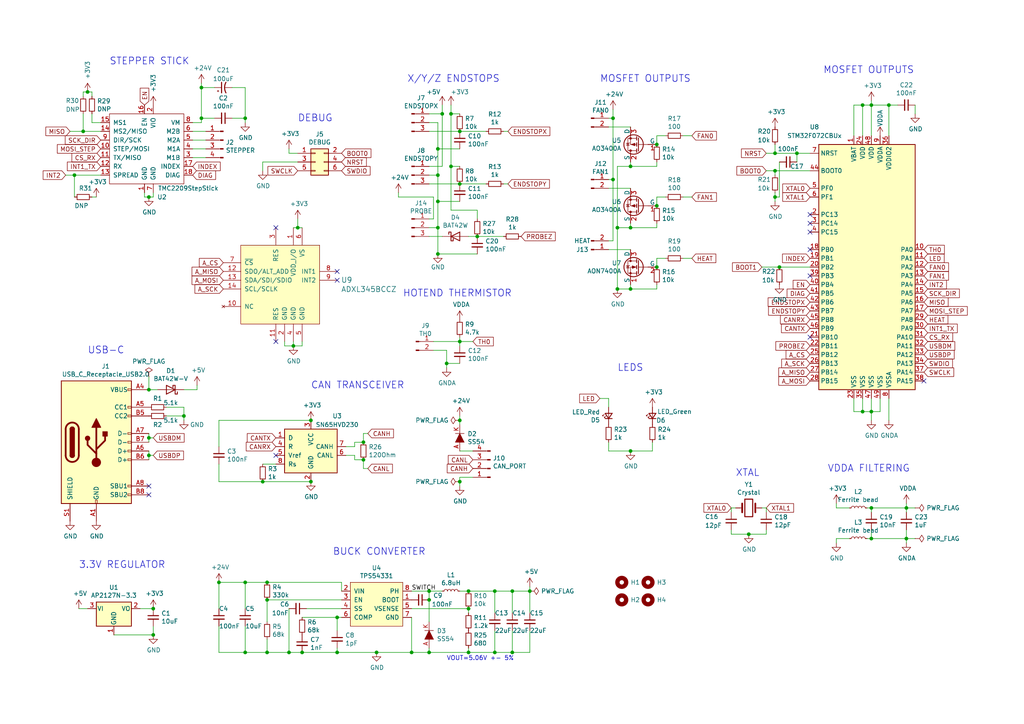
<source format=kicad_sch>
(kicad_sch (version 20211123) (generator eeschema)
  (paper "A4")
  (title_block (title "TurboCAN") (rev "v0.2"))
  (lib_symbols
    (symbol "archive:AON7400A" (pin_names (offset 0))
      (property "Reference" "Q" (at 0 0 0))
      (property "Value" "AON7400A" (at 0 0 0))
      (property "LCSC" "C85734" (at 0 0 0))
      (symbol "AON7400A_1_1"
        (pin passive line (at 0 -17.78 90) (length 2.54) (name "S") (number "1"))
        (pin input line (at -7.62 -12.7 0) (length 2.54) (name "G") (number "2"))
        (pin passive line (at 0 -7.62 270) (length 2.54) (name "D") (number "3"))
      )
    )
    (symbol "archive:Connector_Conn_01x02_Male" (pin_names (offset 1.016) hide)
      (property "Reference" "J" (at 0 2.54 0))
      (property "Value" "Connector_Conn_01x02_Male" (at 0 -5.08 0))
      (symbol "Connector_Conn_01x02_Male_1_1"
        (pin passive line (at 5.08 0 180) (length 3.81) (name "Pin_1") (number "1"))
        (pin passive line (at 5.08 -2.54 180) (length 3.81) (name "Pin_2") (number "2"))
      )
    )
    (symbol "archive:Connector_Conn_01x03_Male" (pin_names (offset 1.016) hide)
      (property "Reference" "J" (at 0 5.08 0))
      (property "Value" "Connector_Conn_01x03_Male" (at 0 -5.08 0))
      (symbol "Connector_Conn_01x03_Male_1_1"
        (pin passive line (at 5.08 2.54 180) (length 3.81) (name "Pin_1") (number "1"))
        (pin passive line (at 5.08 0 180) (length 3.81) (name "Pin_2") (number "2"))
        (pin passive line (at 5.08 -2.54 180) (length 3.81) (name "Pin_3") (number "3"))
      )
    )
    (symbol "archive:Connector_Conn_01x04_Male" (pin_names (offset 1.016) hide)
      (property "Reference" "J" (at 0 5.08 0))
      (property "Value" "Connector_Conn_01x04_Male" (at 0 -7.62 0))
      (symbol "Connector_Conn_01x04_Male_1_1"
        (pin passive line (at 5.08 2.54 180) (length 3.81) (name "Pin_1") (number "1"))
        (pin passive line (at 5.08 0 180) (length 3.81) (name "Pin_2") (number "2"))
        (pin passive line (at 5.08 -2.54 180) (length 3.81) (name "Pin_3") (number "3"))
        (pin passive line (at 5.08 -5.08 180) (length 3.81) (name "Pin_4") (number "4"))
      )
    )
    (symbol "archive:Connector_Generic_Conn_02x03_Odd_Even" (pin_names (offset 1.016) hide)
      (property "Reference" "J" (at 1.27 5.08 0))
      (property "Value" "Connector_Generic_Conn_02x03_Odd_Even" (at 1.27 -5.08 0))
      (symbol "Connector_Generic_Conn_02x03_Odd_Even_1_1"
        (pin passive line (at -5.08 2.54 0) (length 3.81) (name "Pin_1") (number "1"))
        (pin passive line (at 7.62 2.54 180) (length 3.81) (name "Pin_2") (number "2"))
        (pin passive line (at -5.08 0 0) (length 3.81) (name "Pin_3") (number "3"))
        (pin passive line (at 7.62 0 180) (length 3.81) (name "Pin_4") (number "4"))
        (pin passive line (at -5.08 -2.54 0) (length 3.81) (name "Pin_5") (number "5"))
        (pin passive line (at 7.62 -2.54 180) (length 3.81) (name "Pin_6") (number "6"))
      )
    )
    (symbol "archive:Connector_USB_C_Receptacle_USB2.0" (pin_names (offset 1.016))
      (property "Reference" "J" (at -10.16 19.05 0))
      (property "Value" "Connector_USB_C_Receptacle_USB2.0" (at 19.05 19.05 0))
      (symbol "Connector_USB_C_Receptacle_USB2.0_1_1"
        (pin passive line (at 0 -22.86 90) (length 5.08) (name "GND") (number "A1"))
        (pin passive line (at 0 -22.86 90) (length 5.08) hide (name "GND") (number "A12"))
        (pin passive line (at 15.24 15.24 180) (length 5.08) (name "VBUS") (number "A4"))
        (pin bidirectional line (at 15.24 10.16 180) (length 5.08) (name "CC1") (number "A5"))
        (pin bidirectional line (at 15.24 -2.54 180) (length 5.08) (name "D+") (number "A6"))
        (pin bidirectional line (at 15.24 2.54 180) (length 5.08) (name "D-") (number "A7"))
        (pin bidirectional line (at 15.24 -12.7 180) (length 5.08) (name "SBU1") (number "A8"))
        (pin passive line (at 15.24 15.24 180) (length 5.08) hide (name "VBUS") (number "A9"))
        (pin passive line (at 0 -22.86 90) (length 5.08) hide (name "GND") (number "B1"))
        (pin passive line (at 0 -22.86 90) (length 5.08) hide (name "GND") (number "B12"))
        (pin passive line (at 15.24 15.24 180) (length 5.08) hide (name "VBUS") (number "B4"))
        (pin bidirectional line (at 15.24 7.62 180) (length 5.08) (name "CC2") (number "B5"))
        (pin bidirectional line (at 15.24 -5.08 180) (length 5.08) (name "D+") (number "B6"))
        (pin bidirectional line (at 15.24 0 180) (length 5.08) (name "D-") (number "B7"))
        (pin bidirectional line (at 15.24 -15.24 180) (length 5.08) (name "SBU2") (number "B8"))
        (pin passive line (at 15.24 15.24 180) (length 5.08) hide (name "VBUS") (number "B9"))
        (pin passive line (at -7.62 -22.86 90) (length 5.08) (name "SHIELD") (number "S1"))
      )
    )
    (symbol "archive:Device_CP1_Small" (pin_numbers hide) (pin_names (offset 0.254) hide)
      (property "Reference" "C" (at 0.254 1.778 0))
      (property "Value" "Device_CP1_Small" (at 0.254 -2.032 0))
      (symbol "Device_CP1_Small_1_1"
        (pin passive line (at 0 2.54 270) (length 2.032) (name "~") (number "1"))
        (pin passive line (at 0 -2.54 90) (length 2.032) (name "~") (number "2"))
      )
    )
    (symbol "archive:Device_C_Small" (pin_numbers hide) (pin_names (offset 0.254) hide)
      (property "Reference" "C" (at 0.254 1.778 0))
      (property "Value" "Device_C_Small" (at 0.254 -2.032 0))
      (symbol "Device_C_Small_1_1"
        (pin passive line (at 0 2.54 270) (length 2.032) (name "~") (number "1"))
        (pin passive line (at 0 -2.54 90) (length 2.032) (name "~") (number "2"))
      )
    )
    (symbol "archive:Device_Crystal" (pin_numbers hide) (pin_names (offset 1.016) hide)
      (property "Reference" "Y" (at 0 3.81 0))
      (property "Value" "Device_Crystal" (at 0 -3.81 0))
      (symbol "Device_Crystal_1_1"
        (pin passive line (at -3.81 0 0) (length 1.27) (name "1") (number "1"))
        (pin passive line (at 3.81 0 180) (length 1.27) (name "2") (number "2"))
      )
    )
    (symbol "archive:Device_LED_Small" (pin_numbers hide) (pin_names (offset 0.254) hide)
      (property "Reference" "D" (at -1.27 3.175 0))
      (property "Value" "Device_LED_Small" (at -4.445 -2.54 0))
      (symbol "Device_LED_Small_1_1"
        (pin passive line (at -2.54 0 0) (length 1.778) (name "K") (number "1"))
        (pin passive line (at 2.54 0 180) (length 1.778) (name "A") (number "2"))
      )
    )
    (symbol "archive:Device_L_Small" (pin_numbers hide) (pin_names (offset 0.254) hide)
      (property "Reference" "L" (at 0.762 1.016 0))
      (property "Value" "Device_L_Small" (at 0.762 -1.016 0))
      (symbol "Device_L_Small_1_1"
        (pin passive line (at 0 2.54 270) (length 0.508) (name "~") (number "1"))
        (pin passive line (at 0 -2.54 90) (length 0.508) (name "~") (number "2"))
      )
    )
    (symbol "archive:Device_R_Small" (pin_numbers hide) (pin_names (offset 0.254) hide)
      (property "Reference" "R" (at 0.762 0.508 0))
      (property "Value" "Device_R_Small" (at 0.762 -1.016 0))
      (symbol "Device_R_Small_1_1"
        (pin passive line (at 0 2.54 270) (length 0.762) (name "~") (number "1"))
        (pin passive line (at 0 -2.54 90) (length 0.762) (name "~") (number "2"))
      )
    )
    (symbol "archive:Diode_BAT42W-V" (pin_numbers hide) (pin_names (offset 1.016) hide)
      (property "Reference" "D" (at 0 2.54 0))
      (property "Value" "Diode_BAT42W-V" (at 0 -2.54 0))
      (symbol "Diode_BAT42W-V_1_1"
        (pin passive line (at -3.81 0 0) (length 2.54) (name "K") (number "1"))
        (pin passive line (at 3.81 0 180) (length 2.54) (name "A") (number "2"))
      )
    )
    (symbol "archive:Interface_CAN_LIN_SN65HVD230" (pin_names (offset 1.016))
      (property "Reference" "U" (at -2.54 10.16 0))
      (property "Value" "Interface_CAN_LIN_SN65HVD230" (at -2.54 7.62 0))
      (symbol "Interface_CAN_LIN_SN65HVD230_1_1"
        (pin input line (at -10.16 2.54 0) (length 2.54) (name "D") (number "1"))
        (pin power_in line (at 0 -10.16 90) (length 2.54) (name "GND") (number "2"))
        (pin power_in line (at 0 7.62 270) (length 2.54) (name "VCC") (number "3"))
        (pin output line (at -10.16 0 0) (length 2.54) (name "R") (number "4"))
        (pin output line (at -10.16 -2.54 0) (length 2.54) (name "Vref") (number "5"))
        (pin bidirectional line (at 10.16 -2.54 180) (length 2.54) (name "CANL") (number "6"))
        (pin bidirectional line (at 10.16 0 180) (length 2.54) (name "CANH") (number "7"))
        (pin input line (at -10.16 -5.08 0) (length 2.54) (name "Rs") (number "8"))
      )
    )
    (symbol "archive:MCU_ST_STM32F0_STM32F072CBUx"
      (property "Reference" "U" (at -15.24 36.83 0))
      (property "Value" "MCU_ST_STM32F0_STM32F072CBUx" (at 7.62 36.83 0))
      (symbol "MCU_ST_STM32F0_STM32F072CBUx_1_1"
        (pin power_in line (at -5.08 38.1 270) (length 2.54) (name "VBAT") (number "1"))
        (pin bidirectional line (at 15.24 5.08 180) (length 2.54) (name "PA0") (number "10"))
        (pin bidirectional line (at 15.24 2.54 180) (length 2.54) (name "PA1") (number "11"))
        (pin bidirectional line (at 15.24 0 180) (length 2.54) (name "PA2") (number "12"))
        (pin bidirectional line (at 15.24 -2.54 180) (length 2.54) (name "PA3") (number "13"))
        (pin bidirectional line (at 15.24 -5.08 180) (length 2.54) (name "PA4") (number "14"))
        (pin bidirectional line (at 15.24 -7.62 180) (length 2.54) (name "PA5") (number "15"))
        (pin bidirectional line (at 15.24 -10.16 180) (length 2.54) (name "PA6") (number "16"))
        (pin bidirectional line (at 15.24 -12.7 180) (length 2.54) (name "PA7") (number "17"))
        (pin bidirectional line (at -17.78 5.08 0) (length 2.54) (name "PB0") (number "18"))
        (pin bidirectional line (at -17.78 2.54 0) (length 2.54) (name "PB1") (number "19"))
        (pin bidirectional line (at -17.78 15.24 0) (length 2.54) (name "PC13") (number "2"))
        (pin bidirectional line (at -17.78 0 0) (length 2.54) (name "PB2") (number "20"))
        (pin bidirectional line (at -17.78 -20.32 0) (length 2.54) (name "PB10") (number "21"))
        (pin bidirectional line (at -17.78 -22.86 0) (length 2.54) (name "PB11") (number "22"))
        (pin power_in line (at -5.08 -38.1 90) (length 2.54) (name "VSS") (number "23"))
        (pin power_in line (at -2.54 38.1 270) (length 2.54) (name "VDD") (number "24"))
        (pin bidirectional line (at -17.78 -25.4 0) (length 2.54) (name "PB12") (number "25"))
        (pin bidirectional line (at -17.78 -27.94 0) (length 2.54) (name "PB13") (number "26"))
        (pin bidirectional line (at -17.78 -30.48 0) (length 2.54) (name "PB14") (number "27"))
        (pin bidirectional line (at -17.78 -33.02 0) (length 2.54) (name "PB15") (number "28"))
        (pin bidirectional line (at 15.24 -15.24 180) (length 2.54) (name "PA8") (number "29"))
        (pin bidirectional line (at -17.78 12.7 0) (length 2.54) (name "PC14") (number "3"))
        (pin bidirectional line (at 15.24 -17.78 180) (length 2.54) (name "PA9") (number "30"))
        (pin bidirectional line (at 15.24 -20.32 180) (length 2.54) (name "PA10") (number "31"))
        (pin bidirectional line (at 15.24 -22.86 180) (length 2.54) (name "PA11") (number "32"))
        (pin bidirectional line (at 15.24 -25.4 180) (length 2.54) (name "PA12") (number "33"))
        (pin bidirectional line (at 15.24 -27.94 180) (length 2.54) (name "PA13") (number "34"))
        (pin power_in line (at -2.54 -38.1 90) (length 2.54) (name "VSS") (number "35"))
        (pin power_in line (at 5.08 38.1 270) (length 2.54) (name "VDDIO2") (number "36"))
        (pin bidirectional line (at 15.24 -30.48 180) (length 2.54) (name "PA14") (number "37"))
        (pin bidirectional line (at 15.24 -33.02 180) (length 2.54) (name "PA15") (number "38"))
        (pin bidirectional line (at -17.78 -2.54 0) (length 2.54) (name "PB3") (number "39"))
        (pin bidirectional line (at -17.78 10.16 0) (length 2.54) (name "PC15") (number "4"))
        (pin bidirectional line (at -17.78 -5.08 0) (length 2.54) (name "PB4") (number "40"))
        (pin bidirectional line (at -17.78 -7.62 0) (length 2.54) (name "PB5") (number "41"))
        (pin bidirectional line (at -17.78 -10.16 0) (length 2.54) (name "PB6") (number "42"))
        (pin bidirectional line (at -17.78 -12.7 0) (length 2.54) (name "PB7") (number "43"))
        (pin input line (at -17.78 27.94 0) (length 2.54) (name "BOOT0") (number "44"))
        (pin bidirectional line (at -17.78 -15.24 0) (length 2.54) (name "PB8") (number "45"))
        (pin bidirectional line (at -17.78 -17.78 0) (length 2.54) (name "PB9") (number "46"))
        (pin power_in line (at 0 -38.1 90) (length 2.54) (name "VSS") (number "47"))
        (pin power_in line (at 0 38.1 270) (length 2.54) (name "VDD") (number "48"))
        (pin power_in line (at 2.54 -38.1 90) (length 2.54) (name "VSS") (number "49"))
        (pin input line (at -17.78 22.86 0) (length 2.54) (name "PF0") (number "5"))
        (pin input line (at -17.78 20.32 0) (length 2.54) (name "PF1") (number "6"))
        (pin input line (at -17.78 33.02 0) (length 2.54) (name "NRST") (number "7"))
        (pin power_in line (at 5.08 -38.1 90) (length 2.54) (name "VSSA") (number "8"))
        (pin power_in line (at 2.54 38.1 270) (length 2.54) (name "VDDA") (number "9"))
      )
    )
    (symbol "archive:Mechanical_MountingHole" (pin_names (offset 1.016))
      (property "Reference" "H" (at 0 5.08 0))
      (property "Value" "Mechanical_MountingHole" (at 0 3.175 0))
    )
    (symbol "archive:Regulator_Linear_AP2127N-3.3" (pin_names (offset 0.254))
      (property "Reference" "U" (at -3.81 3.175 0))
      (property "Value" "Regulator_Linear_AP2127N-3.3" (at 0 3.175 0))
      (symbol "Regulator_Linear_AP2127N-3.3_1_1"
        (pin power_in line (at 0 -7.62 90) (length 2.54) (name "GND") (number "1"))
        (pin power_out line (at 7.62 0 180) (length 2.54) (name "VO") (number "2"))
        (pin power_in line (at -7.62 0 0) (length 2.54) (name "VI") (number "3"))
      )
    )
    (symbol "archive:dk_Diodes-Rectifiers-Single_SS14" (pin_names (offset 1.016))
      (property "Reference" "D" (at 1.27 2.54 0))
      (property "Value" "dk_Diodes-Rectifiers-Single_SS14" (at 1.27 -2.54 0))
      (symbol "dk_Diodes-Rectifiers-Single_SS14_1_1"
        (pin passive line (at 5.08 0 180) (length 2.54) (name "~") (number "A"))
        (pin passive line (at -2.54 0 0) (length 2.54) (name "~") (number "K"))
      )
    )
    (symbol "archive:dk_Motion-Sensors-Accelerometers_ADXL345BCCZ" (pin_names (offset 1.016))
      (property "Reference" "U" (at -7.62 11.43 0))
      (property "Value" "dk_Motion-Sensors-Accelerometers_ADXL345BCCZ" (at 20.32 -20.32 0))
      (symbol "dk_Motion-Sensors-Accelerometers_ADXL345BCCZ_1_1"
        (pin power_in line (at 5.08 15.24 270) (length 5.08) (name "VDD_I/O") (number "1"))
        (pin no_connect line (at -15.24 -7.62 0) (length 5.08) (name "NC") (number "10"))
        (pin power_in line (at 0 -17.78 90) (length 5.08) (name "RES") (number "11"))
        (pin bidirectional line (at -15.24 2.54 0) (length 5.08) (name "SDO/ALT_ADD") (number "12"))
        (pin bidirectional line (at -15.24 0 0) (length 5.08) (name "SDA/SDI/SDIO") (number "13"))
        (pin bidirectional line (at -15.24 -2.54 0) (length 5.08) (name "SCL/SCLK") (number "14"))
        (pin power_in line (at 2.54 -17.78 90) (length 5.08) (name "GND") (number "2"))
        (pin power_in line (at 0 15.24 270) (length 5.08) (name "RES") (number "3"))
        (pin power_in line (at 5.08 -17.78 90) (length 5.08) (name "GND") (number "4"))
        (pin power_in line (at 7.62 -17.78 90) (length 5.08) (name "GND") (number "5"))
        (pin power_in line (at 7.62 15.24 270) (length 5.08) (name "VS") (number "6"))
        (pin input line (at -15.24 5.08 0) (length 5.08) (name "~{CS}") (number "7"))
        (pin output line (at 17.78 2.54 180) (length 5.08) (name "INT1") (number "8"))
        (pin output line (at 17.78 0 180) (length 5.08) (name "INT2") (number "9"))
      )
    )
    (symbol "archive:power_+24V" (power) (pin_names (offset 0))
      (property "Value" "power_+24V" (at 0 3.556 0))
      (symbol "power_+24V_1_1"
        (pin power_in line (at 0 0 90) (length 0) hide (name "+24V") (number "1"))
      )
    )
    (symbol "archive:power_+3.3V" (power) (pin_names (offset 0))
      (property "Value" "power_+3.3V" (at 0 3.556 0))
      (symbol "power_+3.3V_1_1"
        (pin power_in line (at 0 0 90) (length 0) hide (name "+3V3") (number "1"))
      )
    )
    (symbol "archive:power_+5V" (power) (pin_names (offset 0))
      (property "Value" "power_+5V" (at 0 3.556 0))
      (symbol "power_+5V_1_1"
        (pin power_in line (at 0 0 90) (length 0) hide (name "+5V") (number "1"))
      )
    )
    (symbol "archive:power_GND" (power) (pin_names (offset 0))
      (property "Value" "power_GND" (at 0 -3.81 0))
      (symbol "power_GND_1_1"
        (pin power_in line (at 0 0 270) (length 0) hide (name "GND") (number "1"))
      )
    )
    (symbol "archive:power_GNDA" (power) (pin_names (offset 0))
      (property "Value" "power_GNDA" (at 0 -3.81 0))
      (symbol "power_GNDA_1_1"
        (pin power_in line (at 0 0 270) (length 0) hide (name "GNDA") (number "1"))
      )
    )
    (symbol "archive:power_PWR_FLAG" (power) (pin_numbers hide) (pin_names (offset 0) hide)
      (property "Value" "power_PWR_FLAG" (at 0 3.81 0))
      (symbol "power_PWR_FLAG_0_0"
        (pin power_out line (at 0 0 90) (length 0) (name "pwr") (number "1"))
      )
    )
    (symbol "archive:power_VDDA" (power) (pin_names (offset 0))
      (property "Value" "power_VDDA" (at 0 3.81 0))
      (symbol "power_VDDA_1_1"
        (pin power_in line (at 0 0 90) (length 0) hide (name "VDDA") (number "1"))
      )
    )
    (symbol "archive:user_AO3400A" (pin_names (offset 0))
      (property "Reference" "U" (at -6.35 6.35 0))
      (property "Value" "user_AO3400A" (at -6.35 3.81 0))
      (symbol "user_AO3400A_1_1"
        (pin input line (at -6.35 0 0) (length 2.54) (name "G") (number "1"))
        (pin passive line (at 1.27 -5.08 90) (length 2.54) (name "S") (number "2"))
        (pin passive line (at 1.27 5.08 270) (length 2.54) (name "D") (number "3"))
      )
    )
    (symbol "archive:user_TMC2209StepStick" (pin_names (offset 1.016))
      (property "Reference" "U" (at -12.7 13.97 0))
      (property "Value" "user_TMC2209StepStick" (at -12.7 11.43 0))
      (symbol "user_TMC2209StepStick_1_1"
        (pin power_in line (at -1.27 -12.7 90) (length 2.54) (name "GND") (number "1"))
        (pin input line (at -13.97 0 0) (length 2.54) (name "STEP/MOSI") (number "10"))
        (pin input line (at -13.97 -2.54 0) (length 2.54) (name "TX/MISO") (number "11"))
        (pin input line (at -13.97 -5.08 0) (length 2.54) (name "RX") (number "12"))
        (pin input line (at -13.97 -7.62 0) (length 2.54) (name "SPREAD") (number "13"))
        (pin input line (at -13.97 5.08 0) (length 2.54) (name "MS2/MISO") (number "14"))
        (pin input line (at -13.97 7.62 0) (length 2.54) (name "MS1") (number "15"))
        (pin input line (at -1.27 12.7 270) (length 2.54) (name "EN") (number "16"))
        (pin input line (at 12.7 -5.08 180) (length 2.54) (name "INDEX") (number "17"))
        (pin input line (at 12.7 -7.62 180) (length 2.54) (name "DIAG") (number "18"))
        (pin power_in line (at 1.27 12.7 270) (length 2.54) (name "VIO") (number "2"))
        (pin input line (at 12.7 -2.54 180) (length 2.54) (name "M1B") (number "3"))
        (pin input line (at 12.7 0 180) (length 2.54) (name "M1A") (number "4"))
        (pin input line (at 12.7 2.54 180) (length 2.54) (name "M2A") (number "5"))
        (pin input line (at 12.7 5.08 180) (length 2.54) (name "M2B") (number "6"))
        (pin power_in line (at 1.27 -12.7 90) (length 2.54) (name "GND") (number "7"))
        (pin input line (at 12.7 7.62 180) (length 2.54) (name "VM") (number "8"))
        (pin input line (at -13.97 2.54 0) (length 2.54) (name "DIR/SCK") (number "9"))
      )
    )
    (symbol "archive:user_TPS54331" (pin_names (offset 1.016))
      (property "Reference" "U" (at 0 0 0))
      (property "Value" "user_TPS54331" (at 0 -2.54 0))
      (symbol "user_TPS54331_1_1"
        (pin input line (at 10.16 -8.89 180) (length 2.54) (name "BOOT") (number "1"))
        (pin input line (at -10.16 -6.35 0) (length 2.54) (name "VIN") (number "2"))
        (pin input line (at -10.16 -8.89 0) (length 2.54) (name "EN") (number "3"))
        (pin input line (at -10.16 -11.43 0) (length 2.54) (name "SS") (number "4"))
        (pin input line (at 10.16 -11.43 180) (length 2.54) (name "VSENSE") (number "5"))
        (pin input line (at -10.16 -13.97 0) (length 2.54) (name "COMP") (number "6"))
        (pin input line (at 10.16 -13.97 180) (length 2.54) (name "GND") (number "7"))
        (pin input line (at 10.16 -6.35 180) (length 2.54) (name "PH") (number "8"))
      )
    )
  )
  (junction (at 127 58.42))
  (junction (at 90.17 139.7))
  (junction (at 231.14 44.45))
  (junction (at 43.18 127))
  (junction (at 77.47 189.23))
  (junction (at 127 73.66))
  (junction (at 128.27 33.02))
  (junction (at 129.54 105.41))
  (junction (at 262.89 156.21))
  (junction (at 58.42 25.4))
  (junction (at 86.36 66.04))
  (junction (at 133.35 38.1))
  (junction (at 130.81 33.02))
  (junction (at 77.47 173.99))
  (junction (at 90.17 121.92))
  (junction (at 182.88 66.04))
  (junction (at 252.73 30.48))
  (junction (at 153.67 171.45))
  (junction (at 143.51 189.23))
  (junction (at 109.22 189.23))
  (junction (at 97.79 179.07))
  (junction (at 105.41 133.35))
  (junction (at 135.89 171.45))
  (junction (at 252.73 119.38))
  (junction (at 226.06 77.47))
  (junction (at 224.79 44.45))
  (junction (at 43.18 132.08))
  (junction (at 177.8 34.29))
  (junction (at 262.89 147.32))
  (junction (at 44.45 184.15))
  (junction (at 76.2 139.7))
  (junction (at 124.46 171.45))
  (junction (at 190.5 77.47))
  (junction (at 148.59 189.23))
  (junction (at 87.63 189.23))
  (junction (at 133.35 121.92))
  (junction (at 83.82 189.23))
  (junction (at 63.5 168.91))
  (junction (at 224.79 49.53))
  (junction (at 124.46 189.23))
  (junction (at 182.88 48.26))
  (junction (at 43.18 113.03))
  (junction (at 119.38 189.23))
  (junction (at 257.81 30.48))
  (junction (at 182.88 83.82))
  (junction (at 43.18 57.15))
  (junction (at 130.81 48.26))
  (junction (at 25.4 26.67))
  (junction (at 224.79 57.15))
  (junction (at 250.19 30.48))
  (junction (at 182.88 130.81))
  (junction (at 179.07 83.82))
  (junction (at 135.89 189.23))
  (junction (at 138.43 68.58))
  (junction (at 217.17 154.94))
  (junction (at 133.35 139.7))
  (junction (at 127 66.04))
  (junction (at 21.59 50.8))
  (junction (at 124.46 173.99))
  (junction (at 177.8 52.07))
  (junction (at 53.34 120.65))
  (junction (at 135.89 176.53))
  (junction (at 77.47 168.91))
  (junction (at 97.79 189.23))
  (junction (at 71.12 168.91))
  (junction (at 190.5 59.69))
  (junction (at 143.51 171.45))
  (junction (at 179.07 66.04))
  (junction (at 71.12 34.29))
  (junction (at 44.45 176.53))
  (junction (at 133.35 53.34))
  (junction (at 24.13 38.1))
  (junction (at 71.12 189.23))
  (junction (at 85.09 100.33))
  (junction (at 58.42 34.29))
  (junction (at 133.35 99.06))
  (junction (at 250.19 119.38))
  (junction (at 127 50.8))
  (junction (at 252.73 156.21))
  (junction (at 127 43.18))
  (junction (at 105.41 128.27))
  (junction (at 252.73 147.32))
  (junction (at 190.5 41.91))
  (junction (at 148.59 171.45))
  (no_connect (at 43.18 143.51))
  (no_connect (at 97.79 78.74))
  (no_connect (at 234.95 80.01))
  (no_connect (at 80.01 66.04))
  (no_connect (at 43.18 140.97))
  (no_connect (at 234.95 64.77))
  (no_connect (at 80.01 99.06))
  (no_connect (at 234.95 72.39))
  (no_connect (at 234.95 97.79))
  (no_connect (at 234.95 62.23))
  (no_connect (at 234.95 67.31))
  (no_connect (at 97.79 81.28))
  (no_connect (at 80.01 132.08))
  (no_connect (at 267.97 110.49))
  (wire (pts (xy 222.25 44.45) (xy 224.79 44.45)))
  (wire (pts (xy 133.35 33.02) (xy 130.81 33.02)))
  (wire (pts (xy 182.88 66.04) (xy 190.5 66.04)))
  (wire (pts (xy 222.25 148.59) (xy 222.25 147.32)))
  (wire (pts (xy 260.35 30.48) (xy 257.81 30.48)))
  (wire (pts (xy 63.5 134.62) (xy 63.5 139.7)))
  (wire (pts (xy 176.53 34.29) (xy 177.8 34.29)))
  (wire (pts (xy 135.89 68.58) (xy 138.43 68.58)))
  (wire (pts (xy 127 50.8) (xy 127 58.42)))
  (wire (pts (xy 255.27 119.38) (xy 255.27 115.57)))
  (wire (pts (xy 133.35 171.45) (xy 135.89 171.45)))
  (wire (pts (xy 133.35 48.26) (xy 130.81 48.26)))
  (wire (pts (xy 58.42 35.56) (xy 58.42 34.29)))
  (wire (pts (xy 130.81 33.02) (xy 130.81 48.26)))
  (wire (pts (xy 87.63 100.33) (xy 87.63 99.06)))
  (wire (pts (xy 85.09 99.06) (xy 85.09 100.33)))
  (wire (pts (xy 146.05 38.1) (xy 147.32 38.1)))
  (wire (pts (xy 265.43 147.32) (xy 262.89 147.32)))
  (wire (pts (xy 242.57 146.05) (xy 242.57 147.32)))
  (wire (pts (xy 242.57 147.32) (xy 246.38 147.32)))
  (wire (pts (xy 252.73 30.48) (xy 257.81 30.48)))
  (wire (pts (xy 20.32 38.1) (xy 24.13 38.1)))
  (wire (pts (xy 222.25 49.53) (xy 224.79 49.53)))
  (wire (pts (xy 133.35 138.43) (xy 133.35 139.7)))
  (wire (pts (xy 265.43 156.21) (xy 262.89 156.21)))
  (wire (pts (xy 83.82 189.23) (xy 87.63 189.23)))
  (wire (pts (xy 224.79 41.91) (xy 224.79 44.45)))
  (wire (pts (xy 25.4 26.67) (xy 26.67 26.67)))
  (wire (pts (xy 21.59 50.8) (xy 19.05 50.8)))
  (wire (pts (xy 153.67 177.8) (xy 153.67 171.45)))
  (wire (pts (xy 124.46 173.99) (xy 124.46 180.34)))
  (wire (pts (xy 190.5 57.15) (xy 193.04 57.15)))
  (wire (pts (xy 105.41 133.35) (xy 105.41 135.89)))
  (wire (pts (xy 97.79 189.23) (xy 97.79 187.96)))
  (wire (pts (xy 250.19 30.48) (xy 250.19 39.37)))
  (wire (pts (xy 143.51 171.45) (xy 148.59 171.45)))
  (wire (pts (xy 262.89 147.32) (xy 262.89 146.05)))
  (wire (pts (xy 143.51 189.23) (xy 148.59 189.23)))
  (wire (pts (xy 128.27 33.02) (xy 128.27 30.48)))
  (wire (pts (xy 125.73 57.15) (xy 115.57 57.15)))
  (wire (pts (xy 265.43 30.48) (xy 265.43 33.02)))
  (wire (pts (xy 224.79 57.15) (xy 224.79 58.42)))
  (wire (pts (xy 41.91 55.88) (xy 41.91 57.15)))
  (wire (pts (xy 143.51 189.23) (xy 143.51 182.88)))
  (wire (pts (xy 119.38 171.45) (xy 124.46 171.45)))
  (wire (pts (xy 224.79 49.53) (xy 234.95 49.53)))
  (wire (pts (xy 55.88 40.64) (xy 59.69 40.64)))
  (wire (pts (xy 124.46 189.23) (xy 119.38 189.23)))
  (wire (pts (xy 252.73 148.59) (xy 252.73 147.32)))
  (wire (pts (xy 148.59 171.45) (xy 148.59 177.8)))
  (wire (pts (xy 24.13 33.02) (xy 24.13 38.1)))
  (wire (pts (xy 198.12 39.37) (xy 200.66 39.37)))
  (wire (pts (xy 67.31 25.4) (xy 71.12 25.4)))
  (wire (pts (xy 76.2 46.99) (xy 76.2 49.53)))
  (wire (pts (xy 182.88 130.81) (xy 189.23 130.81)))
  (wire (pts (xy 57.15 111.76) (xy 57.15 113.03)))
  (wire (pts (xy 182.88 48.26) (xy 179.07 48.26)))
  (wire (pts (xy 128.27 48.26) (xy 124.46 48.26)))
  (wire (pts (xy 176.53 115.57) (xy 176.53 118.11)))
  (wire (pts (xy 226.06 77.47) (xy 234.95 77.47)))
  (wire (pts (xy 127 58.42) (xy 127 66.04)))
  (wire (pts (xy 257.81 30.48) (xy 257.81 39.37)))
  (wire (pts (xy 102.87 133.35) (xy 105.41 133.35)))
  (wire (pts (xy 55.88 38.1) (xy 59.69 38.1)))
  (wire (pts (xy 125.73 99.06) (xy 133.35 99.06)))
  (wire (pts (xy 63.5 168.91) (xy 63.5 176.53)))
  (wire (pts (xy 88.9 176.53) (xy 99.06 176.53)))
  (wire (pts (xy 82.55 100.33) (xy 85.09 100.33)))
  (wire (pts (xy 212.09 154.94) (xy 217.17 154.94)))
  (wire (pts (xy 224.79 55.88) (xy 224.79 57.15)))
  (wire (pts (xy 252.73 153.67) (xy 252.73 156.21)))
  (wire (pts (xy 252.73 30.48) (xy 252.73 29.21)))
  (wire (pts (xy 63.5 121.92) (xy 63.5 129.54)))
  (wire (pts (xy 190.5 74.93) (xy 190.5 77.47)))
  (wire (pts (xy 63.5 181.61) (xy 63.5 189.23)))
  (wire (pts (xy 182.88 83.82) (xy 182.88 82.55)))
  (wire (pts (xy 26.67 35.56) (xy 29.21 35.56)))
  (wire (pts (xy 43.18 130.81) (xy 43.18 132.08)))
  (wire (pts (xy 77.47 189.23) (xy 83.82 189.23)))
  (wire (pts (xy 246.38 156.21) (xy 242.57 156.21)))
  (wire (pts (xy 252.73 156.21) (xy 262.89 156.21)))
  (wire (pts (xy 21.59 50.8) (xy 29.21 50.8)))
  (wire (pts (xy 43.18 57.15) (xy 44.45 57.15)))
  (wire (pts (xy 43.18 128.27) (xy 43.18 127)))
  (wire (pts (xy 124.46 171.45) (xy 124.46 173.99)))
  (wire (pts (xy 26.67 57.15) (xy 27.94 57.15)))
  (wire (pts (xy 133.35 121.92) (xy 133.35 123.19)))
  (wire (pts (xy 21.59 57.15) (xy 21.59 50.8)))
  (wire (pts (xy 250.19 119.38) (xy 252.73 119.38)))
  (wire (pts (xy 71.12 34.29) (xy 71.12 35.56)))
  (wire (pts (xy 247.65 115.57) (xy 247.65 119.38)))
  (wire (pts (xy 24.13 27.94) (xy 24.13 26.67)))
  (wire (pts (xy 125.73 101.6) (xy 129.54 101.6)))
  (wire (pts (xy 24.13 38.1) (xy 29.21 38.1)))
  (wire (pts (xy 85.09 100.33) (xy 87.63 100.33)))
  (wire (pts (xy 212.09 148.59) (xy 212.09 147.32)))
  (wire (pts (xy 231.14 46.99) (xy 231.14 44.45)))
  (wire (pts (xy 130.81 60.96) (xy 138.43 60.96)))
  (wire (pts (xy 77.47 173.99) (xy 77.47 180.34)))
  (wire (pts (xy 148.59 189.23) (xy 153.67 189.23)))
  (wire (pts (xy 53.34 118.11) (xy 53.34 120.65)))
  (wire (pts (xy 40.64 176.53) (xy 44.45 176.53)))
  (wire (pts (xy 251.46 147.32) (xy 252.73 147.32)))
  (wire (pts (xy 153.67 189.23) (xy 153.67 182.88)))
  (wire (pts (xy 80.01 134.62) (xy 76.2 134.62)))
  (wire (pts (xy 124.46 171.45) (xy 128.27 171.45)))
  (wire (pts (xy 176.53 130.81) (xy 182.88 130.81)))
  (wire (pts (xy 262.89 147.32) (xy 262.89 148.59)))
  (wire (pts (xy 97.79 189.23) (xy 109.22 189.23)))
  (wire (pts (xy 43.18 109.22) (xy 43.18 113.03)))
  (wire (pts (xy 119.38 176.53) (xy 135.89 176.53)))
  (wire (pts (xy 182.88 66.04) (xy 179.07 66.04)))
  (wire (pts (xy 133.35 38.1) (xy 140.97 38.1)))
  (wire (pts (xy 190.5 57.15) (xy 190.5 59.69)))
  (wire (pts (xy 58.42 34.29) (xy 62.23 34.29)))
  (wire (pts (xy 182.88 48.26) (xy 182.88 46.99)))
  (wire (pts (xy 26.67 33.02) (xy 26.67 35.56)))
  (wire (pts (xy 43.18 127) (xy 44.45 127)))
  (wire (pts (xy 58.42 24.13) (xy 58.42 25.4)))
  (wire (pts (xy 222.25 147.32) (xy 220.98 147.32)))
  (wire (pts (xy 125.73 63.5) (xy 124.46 63.5)))
  (wire (pts (xy 198.12 74.93) (xy 200.66 74.93)))
  (wire (pts (xy 129.54 105.41) (xy 129.54 106.68)))
  (wire (pts (xy 133.35 53.34) (xy 140.97 53.34)))
  (wire (pts (xy 77.47 185.42) (xy 77.47 189.23)))
  (wire (pts (xy 176.53 128.27) (xy 176.53 130.81)))
  (wire (pts (xy 99.06 171.45) (xy 99.06 168.91)))
  (wire (pts (xy 222.25 154.94) (xy 222.25 153.67)))
  (wire (pts (xy 133.35 139.7) (xy 133.35 140.97)))
  (wire (pts (xy 90.17 121.92) (xy 63.5 121.92)))
  (wire (pts (xy 250.19 30.48) (xy 252.73 30.48)))
  (wire (pts (xy 138.43 68.58) (xy 146.05 68.58)))
  (wire (pts (xy 41.91 57.15) (xy 43.18 57.15)))
  (wire (pts (xy 124.46 33.02) (xy 128.27 33.02)))
  (wire (pts (xy 190.5 39.37) (xy 193.04 39.37)))
  (wire (pts (xy 127 66.04) (xy 127 73.66)))
  (wire (pts (xy 102.87 128.27) (xy 105.41 128.27)))
  (wire (pts (xy 130.81 48.26) (xy 130.81 60.96)))
  (wire (pts (xy 127 50.8) (xy 127 43.18)))
  (wire (pts (xy 176.53 115.57) (xy 173.99 115.57)))
  (wire (pts (xy 63.5 168.91) (xy 71.12 168.91)))
  (wire (pts (xy 86.36 66.04) (xy 87.63 66.04)))
  (wire (pts (xy 83.82 176.53) (xy 83.82 189.23)))
  (wire (pts (xy 130.81 30.48) (xy 130.81 33.02)))
  (wire (pts (xy 24.13 26.67) (xy 25.4 26.67)))
  (wire (pts (xy 100.33 132.08) (xy 102.87 132.08)))
  (wire (pts (xy 252.73 147.32) (xy 262.89 147.32)))
  (wire (pts (xy 143.51 177.8) (xy 143.51 171.45)))
  (wire (pts (xy 87.63 189.23) (xy 97.79 189.23)))
  (wire (pts (xy 105.41 135.89) (xy 106.68 135.89)))
  (wire (pts (xy 48.26 120.65) (xy 53.34 120.65)))
  (wire (pts (xy 252.73 119.38) (xy 255.27 119.38)))
  (wire (pts (xy 119.38 189.23) (xy 119.38 179.07)))
  (wire (pts (xy 44.45 57.15) (xy 44.45 55.88)))
  (wire (pts (xy 262.89 153.67) (xy 262.89 156.21)))
  (wire (pts (xy 85.09 66.04) (xy 86.36 66.04)))
  (wire (pts (xy 22.86 176.53) (xy 25.4 176.53)))
  (wire (pts (xy 63.5 139.7) (xy 76.2 139.7)))
  (wire (pts (xy 124.46 53.34) (xy 133.35 53.34)))
  (wire (pts (xy 190.5 64.77) (xy 190.5 66.04)))
  (wire (pts (xy 179.07 66.04) (xy 179.07 83.82)))
  (wire (pts (xy 97.79 179.07) (xy 99.06 179.07)))
  (wire (pts (xy 44.45 184.15) (xy 44.45 181.61)))
  (wire (pts (xy 124.46 189.23) (xy 135.89 189.23)))
  (wire (pts (xy 133.35 130.81) (xy 137.16 130.81)))
  (wire (pts (xy 252.73 119.38) (xy 252.73 115.57)))
  (wire (pts (xy 190.5 74.93) (xy 193.04 74.93)))
  (wire (pts (xy 57.15 113.03) (xy 53.34 113.03)))
  (wire (pts (xy 224.79 50.8) (xy 224.79 49.53)))
  (wire (pts (xy 87.63 179.07) (xy 97.79 179.07)))
  (wire (pts (xy 97.79 182.88) (xy 97.79 179.07)))
  (wire (pts (xy 138.43 60.96) (xy 138.43 63.5)))
  (wire (pts (xy 55.88 35.56) (xy 58.42 35.56)))
  (wire (pts (xy 133.35 105.41) (xy 129.54 105.41)))
  (wire (pts (xy 252.73 121.92) (xy 252.73 119.38)))
  (wire (pts (xy 257.81 121.92) (xy 257.81 115.57)))
  (wire (pts (xy 71.12 176.53) (xy 71.12 168.91)))
  (wire (pts (xy 224.79 44.45) (xy 231.14 44.45)))
  (wire (pts (xy 262.89 157.48) (xy 262.89 156.21)))
  (wire (pts (xy 190.5 82.55) (xy 190.5 83.82)))
  (wire (pts (xy 135.89 176.53) (xy 135.89 177.8)))
  (wire (pts (xy 43.18 113.03) (xy 45.72 113.03)))
  (wire (pts (xy 53.34 120.65) (xy 53.34 121.92)))
  (wire (pts (xy 76.2 139.7) (xy 90.17 139.7)))
  (wire (pts (xy 190.5 39.37) (xy 190.5 41.91)))
  (wire (pts (xy 125.73 63.5) (xy 125.73 57.15)))
  (wire (pts (xy 148.59 189.23) (xy 148.59 182.88)))
  (wire (pts (xy 86.36 44.45) (xy 83.82 44.45)))
  (wire (pts (xy 224.79 57.15) (xy 226.06 57.15)))
  (wire (pts (xy 71.12 181.61) (xy 71.12 189.23)))
  (wire (pts (xy 182.88 48.26) (xy 190.5 48.26)))
  (wire (pts (xy 109.22 189.23) (xy 119.38 189.23)))
  (wire (pts (xy 102.87 129.54) (xy 102.87 128.27)))
  (wire (pts (xy 133.35 99.06) (xy 137.16 99.06)))
  (wire (pts (xy 67.31 34.29) (xy 71.12 34.29)))
  (wire (pts (xy 220.98 77.47) (xy 226.06 77.47)))
  (wire (pts (xy 129.54 101.6) (xy 129.54 105.41)))
  (wire (pts (xy 99.06 173.99) (xy 77.47 173.99)))
  (wire (pts (xy 102.87 132.08) (xy 102.87 133.35)))
  (wire (pts (xy 176.53 54.61) (xy 182.88 54.61)))
  (wire (pts (xy 127 50.8) (xy 124.46 50.8)))
  (wire (pts (xy 124.46 35.56) (xy 127 35.56)))
  (wire (pts (xy 127 35.56) (xy 127 43.18)))
  (wire (pts (xy 231.14 44.45) (xy 234.95 44.45)))
  (wire (pts (xy 71.12 25.4) (xy 71.12 34.29)))
  (wire (pts (xy 177.8 69.85) (xy 176.53 69.85)))
  (wire (pts (xy 247.65 119.38) (xy 250.19 119.38)))
  (wire (pts (xy 58.42 25.4) (xy 58.42 34.29)))
  (wire (pts (xy 43.18 132.08) (xy 43.18 133.35)))
  (wire (pts (xy 86.36 66.04) (xy 86.36 63.5)))
  (wire (pts (xy 176.53 52.07) (xy 177.8 52.07)))
  (wire (pts (xy 71.12 168.91) (xy 77.47 168.91)))
  (wire (pts (xy 133.35 100.33) (xy 133.35 99.06)))
  (wire (pts (xy 190.5 46.99) (xy 190.5 48.26)))
  (wire (pts (xy 55.88 45.72) (xy 59.69 45.72)))
  (wire (pts (xy 217.17 154.94) (xy 222.25 154.94)))
  (wire (pts (xy 83.82 44.45) (xy 83.82 43.18)))
  (wire (pts (xy 124.46 38.1) (xy 133.35 38.1)))
  (wire (pts (xy 247.65 30.48) (xy 247.65 39.37)))
  (wire (pts (xy 124.46 66.04) (xy 127 66.04)))
  (wire (pts (xy 58.42 25.4) (xy 62.23 25.4)))
  (wire (pts (xy 242.57 156.21) (xy 242.57 157.48)))
  (wire (pts (xy 153.67 171.45) (xy 153.67 170.18)))
  (wire (pts (xy 99.06 168.91) (xy 77.47 168.91)))
  (wire (pts (xy 133.35 99.06) (xy 133.35 97.79)))
  (wire (pts (xy 71.12 189.23) (xy 77.47 189.23)))
  (wire (pts (xy 226.06 46.99) (xy 226.06 57.15)))
  (wire (pts (xy 124.46 187.96) (xy 124.46 189.23)))
  (wire (pts (xy 82.55 99.06) (xy 82.55 100.33)))
  (wire (pts (xy 135.89 189.23) (xy 143.51 189.23)))
  (wire (pts (xy 252.73 30.48) (xy 252.73 39.37)))
  (wire (pts (xy 212.09 147.32) (xy 213.36 147.32)))
  (wire (pts (xy 43.18 125.73) (xy 43.18 127)))
  (wire (pts (xy 135.89 187.96) (xy 135.89 189.23)))
  (wire (pts (xy 63.5 189.23) (xy 71.12 189.23)))
  (wire (pts (xy 189.23 130.81) (xy 189.23 128.27)))
  (wire (pts (xy 177.8 31.75) (xy 177.8 34.29)))
  (wire (pts (xy 247.65 30.48) (xy 250.19 30.48)))
  (wire (pts (xy 252.73 156.21) (xy 251.46 156.21)))
  (wire (pts (xy 33.02 184.15) (xy 44.45 184.15)))
  (wire (pts (xy 176.53 36.83) (xy 182.88 36.83)))
  (wire (pts (xy 137.16 138.43) (xy 133.35 138.43)))
  (wire (pts (xy 26.67 26.67) (xy 26.67 27.94)))
  (wire (pts (xy 133.35 58.42) (xy 127 58.42)))
  (wire (pts (xy 179.07 48.26) (xy 179.07 66.04)))
  (wire (pts (xy 100.33 129.54) (xy 102.87 129.54)))
  (wire (pts (xy 128.27 33.02) (xy 128.27 48.26)))
  (wire (pts (xy 212.09 153.67) (xy 212.09 154.94)))
  (wire (pts (xy 133.35 43.18) (xy 127 43.18)))
  (wire (pts (xy 182.88 66.04) (xy 182.88 64.77)))
  (wire (pts (xy 105.41 128.27) (xy 105.41 125.73)))
  (wire (pts (xy 44.45 132.08) (xy 43.18 132.08)))
  (wire (pts (xy 147.32 53.34) (xy 146.05 53.34)))
  (wire (pts (xy 148.59 171.45) (xy 153.67 171.45)))
  (wire (pts (xy 182.88 83.82) (xy 190.5 83.82)))
  (wire (pts (xy 143.51 171.45) (xy 135.89 171.45)))
  (wire (pts (xy 127 73.66) (xy 138.43 73.66)))
  (wire (pts (xy 86.36 46.99) (xy 76.2 46.99)))
  (wire (pts (xy 48.26 118.11) (xy 53.34 118.11)))
  (wire (pts (xy 128.27 68.58) (xy 124.46 68.58)))
  (wire (pts (xy 55.88 43.18) (xy 59.69 43.18)))
  (wire (pts (xy 250.19 119.38) (xy 250.19 115.57)))
  (wire (pts (xy 177.8 34.29) (xy 177.8 52.07)))
  (wire (pts (xy 176.53 72.39) (xy 182.88 72.39)))
  (wire (pts (xy 177.8 52.07) (xy 177.8 69.85)))
  (wire (pts (xy 105.41 125.73) (xy 106.68 125.73)))
  (wire (pts (xy 198.12 57.15) (xy 200.66 57.15)))
  (wire (pts (xy 115.57 57.15) (xy 115.57 55.88)))
  (wire (pts (xy 133.35 120.65) (xy 133.35 121.92)))
  (wire (pts (xy 182.88 83.82) (xy 179.07 83.82)))
  (text "VDDA FILTERING" (at 240.03 137.16 0) (effects (font (size 2.0066 2.0066)) (justify left bottom)))
  (text "LEDS" (at 179.07 107.95 0) (effects (font (size 2.0066 2.0066)) (justify left bottom)))
  (text "HOTEND THERMISTOR" (at 116.84 86.36 0) (effects (font (size 2.0066 2.0066)) (justify left bottom)))
  (text "CAN TRANSCEIVER" (at 90.17 113.03 0) (effects (font (size 2.0066 2.0066)) (justify left bottom)))
  (text "STEPPER STICK" (at 31.75 19.05 0) (effects (font (size 2.0066 2.0066)) (justify left bottom)))
  (text "BUCK CONVERTER" (at 96.52 161.29 0) (effects (font (size 2.0066 2.0066)) (justify left bottom)))
  (text "MOSFET OUTPUTS" (at 173.99 24.13 0) (effects (font (size 2.0066 2.0066)) (justify left bottom)))
  (text "X/Y/Z ENDSTOPS" (at 118.11 24.13 0) (effects (font (size 2.0066 2.0066)) (justify left bottom)))
  (text "VOUT=5.06V +- 5%" (at 129.54 191.77 0) (effects (font (size 1.27 1.27)) (justify left bottom)))
  (text "3.3V REGULATOR" (at 22.86 165.1 0) (effects (font (size 2.0066 2.0066)) (justify left bottom)))
  (text "XTAL" (at 213.36 138.43 0) (effects (font (size 2.0066 2.0066)) (justify left bottom)))
  (text "USB-C" (at 25.4 102.87 0) (effects (font (size 2.0066 2.0066)) (justify left bottom)))
  (text "DEBUG" (at 86.36 35.56 0) (effects (font (size 2.0066 2.0066)) (justify left bottom)))
  (text "MOSFET OUTPUTS" (at 238.76 21.59 0) (effects (font (size 2.0066 2.0066)) (justify left bottom)))
  (label "SWITCH" (at 119.38 171.45 0))
  (global_label "MOSI_STEP" (shape input) (at 267.97 90.17 0) (property "Intersheet References" "${INTERSHEET_REFS}" (effects hide)))
  (global_label "A_MISO" (shape input) (at 64.77 78.74 180) (property "Intersheet References" "${INTERSHEET_REFS}" (effects hide)))
  (global_label "A_CS" (shape input) (at 64.77 76.2 180) (property "Intersheet References" "${INTERSHEET_REFS}" (effects hide)))
  (global_label "INT2" (shape input) (at 19.05 50.8 180) (property "Intersheet References" "${INTERSHEET_REFS}" (effects hide)))
  (global_label "CS_RX" (shape input) (at 267.97 97.79 0) (property "Intersheet References" "${INTERSHEET_REFS}" (effects hide)))
  (global_label "LED" (shape input) (at 173.99 115.57 180) (property "Intersheet References" "${INTERSHEET_REFS}" (effects hide)))
  (global_label "FAN1" (shape input) (at 200.66 57.15 0) (property "Intersheet References" "${INTERSHEET_REFS}" (effects hide)))
  (global_label "EN" (shape input) (at 41.91 30.48 90) (property "Intersheet References" "${INTERSHEET_REFS}" (effects hide)))
  (global_label "USBDP" (shape input) (at 44.45 132.08 0) (property "Intersheet References" "${INTERSHEET_REFS}" (effects hide)))
  (global_label "CANRX" (shape input) (at 80.01 129.54 180) (property "Intersheet References" "${INTERSHEET_REFS}" (effects hide)))
  (global_label "CANH" (shape input) (at 106.68 125.73 0) (property "Intersheet References" "${INTERSHEET_REFS}" (effects hide)))
  (global_label "ENDSTOPY" (shape input) (at 147.32 53.34 0) (property "Intersheet References" "${INTERSHEET_REFS}" (effects hide)))
  (global_label "CS_RX" (shape input) (at 29.21 45.72 180) (property "Intersheet References" "${INTERSHEET_REFS}" (effects hide)))
  (global_label "TH0" (shape input) (at 267.97 72.39 0) (property "Intersheet References" "${INTERSHEET_REFS}" (effects hide)))
  (global_label "INT2" (shape input) (at 267.97 82.55 0) (property "Intersheet References" "${INTERSHEET_REFS}" (effects hide)))
  (global_label "BOOT1" (shape input) (at 220.98 77.47 180) (property "Intersheet References" "${INTERSHEET_REFS}" (effects hide)))
  (global_label "FAN0" (shape input) (at 267.97 77.47 0) (property "Intersheet References" "${INTERSHEET_REFS}" (effects hide)))
  (global_label "TH0" (shape input) (at 137.16 99.06 0) (property "Intersheet References" "${INTERSHEET_REFS}" (effects hide)))
  (global_label "HEAT" (shape input) (at 200.66 74.93 0) (property "Intersheet References" "${INTERSHEET_REFS}" (effects hide)))
  (global_label "A_SCK" (shape input) (at 64.77 83.82 180) (property "Intersheet References" "${INTERSHEET_REFS}" (effects hide)))
  (global_label "DIAG" (shape input) (at 234.95 85.09 180) (property "Intersheet References" "${INTERSHEET_REFS}" (effects hide)))
  (global_label "ENDSTOPY" (shape input) (at 234.95 90.17 180) (property "Intersheet References" "${INTERSHEET_REFS}" (effects hide)))
  (global_label "ENDSTOPX" (shape input) (at 147.32 38.1 0) (property "Intersheet References" "${INTERSHEET_REFS}" (effects hide)))
  (global_label "CANL" (shape input) (at 137.16 133.35 180) (property "Intersheet References" "${INTERSHEET_REFS}" (effects hide)))
  (global_label "SWDIO" (shape input) (at 99.06 49.53 0) (property "Intersheet References" "${INTERSHEET_REFS}" (effects hide)))
  (global_label "FAN1" (shape input) (at 267.97 80.01 0) (property "Intersheet References" "${INTERSHEET_REFS}" (effects hide)))
  (global_label "PROBEZ" (shape input) (at 151.13 68.58 0) (property "Intersheet References" "${INTERSHEET_REFS}" (effects hide)))
  (global_label "BOOT0" (shape input) (at 222.25 49.53 180) (property "Intersheet References" "${INTERSHEET_REFS}" (effects hide)))
  (global_label "XTAL1" (shape input) (at 234.95 57.15 180) (property "Intersheet References" "${INTERSHEET_REFS}" (effects hide)))
  (global_label "SWDIO" (shape input) (at 267.97 105.41 0) (property "Intersheet References" "${INTERSHEET_REFS}" (effects hide)))
  (global_label "MOSI_STEP" (shape input) (at 29.21 43.18 180) (property "Intersheet References" "${INTERSHEET_REFS}" (effects hide)))
  (global_label "USBDM" (shape input) (at 267.97 100.33 0) (property "Intersheet References" "${INTERSHEET_REFS}" (effects hide)))
  (global_label "BOOT0" (shape input) (at 99.06 44.45 0) (property "Intersheet References" "${INTERSHEET_REFS}" (effects hide)))
  (global_label "CANH" (shape input) (at 137.16 135.89 180) (property "Intersheet References" "${INTERSHEET_REFS}" (effects hide)))
  (global_label "DIAG" (shape input) (at 55.88 50.8 0) (property "Intersheet References" "${INTERSHEET_REFS}" (effects hide)))
  (global_label "INDEX" (shape input) (at 234.95 74.93 180) (property "Intersheet References" "${INTERSHEET_REFS}" (effects hide)))
  (global_label "EN" (shape input) (at 234.95 82.55 180) (property "Intersheet References" "${INTERSHEET_REFS}" (effects hide)))
  (global_label "INT1_TX" (shape input) (at 29.21 48.26 180) (property "Intersheet References" "${INTERSHEET_REFS}" (effects hide)))
  (global_label "USBDM" (shape input) (at 44.45 127 0) (property "Intersheet References" "${INTERSHEET_REFS}" (effects hide)))
  (global_label "INT1_TX" (shape input) (at 267.97 95.25 0) (property "Intersheet References" "${INTERSHEET_REFS}" (effects hide)))
  (global_label "FAN0" (shape input) (at 200.66 39.37 0) (property "Intersheet References" "${INTERSHEET_REFS}" (effects hide)))
  (global_label "HEAT" (shape input) (at 267.97 92.71 0) (property "Intersheet References" "${INTERSHEET_REFS}" (effects hide)))
  (global_label "A_MOSI" (shape input) (at 234.95 110.49 180) (property "Intersheet References" "${INTERSHEET_REFS}" (effects hide)))
  (global_label "SCK_DIR" (shape input) (at 267.97 85.09 0) (property "Intersheet References" "${INTERSHEET_REFS}" (effects hide)))
  (global_label "NRST" (shape input) (at 222.25 44.45 180) (property "Intersheet References" "${INTERSHEET_REFS}" (effects hide)))
  (global_label "SWCLK" (shape input) (at 86.36 49.53 180) (property "Intersheet References" "${INTERSHEET_REFS}" (effects hide)))
  (global_label "A_MISO" (shape input) (at 234.95 107.95 180) (property "Intersheet References" "${INTERSHEET_REFS}" (effects hide)))
  (global_label "XTAL0" (shape input) (at 212.09 147.32 180) (property "Intersheet References" "${INTERSHEET_REFS}" (effects hide)))
  (global_label "CANL" (shape input) (at 106.68 135.89 0) (property "Intersheet References" "${INTERSHEET_REFS}" (effects hide)))
  (global_label "SCK_DIR" (shape input) (at 29.21 40.64 180) (property "Intersheet References" "${INTERSHEET_REFS}" (effects hide)))
  (global_label "INDEX" (shape input) (at 55.88 48.26 0) (property "Intersheet References" "${INTERSHEET_REFS}" (effects hide)))
  (global_label "MISO" (shape input) (at 20.32 38.1 180) (property "Intersheet References" "${INTERSHEET_REFS}" (effects hide)))
  (global_label "A_MOSI" (shape input) (at 64.77 81.28 180) (property "Intersheet References" "${INTERSHEET_REFS}" (effects hide)))
  (global_label "CANTX" (shape input) (at 80.01 127 180) (property "Intersheet References" "${INTERSHEET_REFS}" (effects hide)))
  (global_label "ENDSTOPX" (shape input) (at 234.95 87.63 180) (property "Intersheet References" "${INTERSHEET_REFS}" (effects hide)))
  (global_label "CANRX" (shape input) (at 234.95 92.71 180) (property "Intersheet References" "${INTERSHEET_REFS}" (effects hide)))
  (global_label "USBDP" (shape input) (at 267.97 102.87 0) (property "Intersheet References" "${INTERSHEET_REFS}" (effects hide)))
  (global_label "A_CS" (shape input) (at 234.95 102.87 180) (property "Intersheet References" "${INTERSHEET_REFS}" (effects hide)))
  (global_label "SWCLK" (shape input) (at 267.97 107.95 0) (property "Intersheet References" "${INTERSHEET_REFS}" (effects hide)))
  (global_label "CANTX" (shape input) (at 234.95 95.25 180) (property "Intersheet References" "${INTERSHEET_REFS}" (effects hide)))
  (global_label "MISO" (shape input) (at 267.97 87.63 0) (property "Intersheet References" "${INTERSHEET_REFS}" (effects hide)))
  (global_label "PROBEZ" (shape input) (at 234.95 100.33 180) (property "Intersheet References" "${INTERSHEET_REFS}" (effects hide)))
  (global_label "A_SCK" (shape input) (at 234.95 105.41 180) (property "Intersheet References" "${INTERSHEET_REFS}" (effects hide)))
  (global_label "XTAL1" (shape input) (at 222.25 147.32 0) (property "Intersheet References" "${INTERSHEET_REFS}" (effects hide)))
  (global_label "NRST" (shape input) (at 99.06 46.99 0) (property "Intersheet References" "${INTERSHEET_REFS}" (effects hide)))
  (global_label "LED" (shape input) (at 267.97 74.93 0) (property "Intersheet References" "${INTERSHEET_REFS}" (effects hide)))
  (global_label "XTAL0" (shape input) (at 234.95 54.61 180) (property "Intersheet References" "${INTERSHEET_REFS}" (effects hide)))
  (symbol (lib_id "archive:MCU_ST_STM32F0_STM32F072CBUx") (at 252.73 77.47 0) (unit 1)
    (property "Reference" "U8" (at 236.22 36.83 0))
    (property "Value" "STM32F072CBUx" (at 236.22 39.37 0))
    (property "Footprint" "Package_DFN_QFN:QFN-48-1EP_7x7mm_P0.5mm_EP5.6x5.6mm" (effects hide))
    (property "Datasheet" "http://www.st.com/st-web-ui/static/active/en/resource/technical/document/datasheet/DM00090510.pdf" (effects hide))
    (property "LCSC Part Number" "C92504" (effects hide))
  )
  (symbol (lib_id "archive:power_+3.3V") (at 252.73 29.21 0) (unit 1)
    (property "Reference" "#PWR041" (effects hide))
    (property "Value" "+3.3V" (at 253.111 24.8158 0))
  )
  (symbol (lib_id "archive:power_GND") (at 252.73 121.92 0) (unit 1)
    (property "Reference" "#PWR042" (effects hide))
    (property "Value" "GND" (at 252.857 126.3142 0))
  )
  (symbol (lib_id "archive:power_+3.3V") (at 44.45 176.53 0) (unit 1)
    (property "Reference" "#PWR07" (effects hide))
    (property "Value" "+3.3V" (at 44.831 172.1358 0))
  )
  (symbol (lib_id "archive:Device_C_Small") (at 44.45 179.07 0) (unit 1)
    (property "Reference" "C1" (at 46.7868 177.9016 0) (effects (justify left)))
    (property "Value" "10uF" (at 46.7868 180.213 0) (effects (justify left)))
    (property "Footprint" "Capacitor_SMD:C_0805_2012Metric" (effects hide))
    (property "LCSC Part Number" "C15850" (effects hide))
  )
  (symbol (lib_id "archive:Regulator_Linear_AP2127N-3.3") (at 33.02 176.53 0) (unit 1)
    (property "Reference" "U1" (at 33.02 170.3832 0))
    (property "Value" "AP2127N-3.3" (at 33.02 172.6946 0))
    (property "Footprint" "Package_TO_SOT_SMD:SOT-23" (effects hide))
    (property "Datasheet" "https://www.diodes.com/assets/Datasheets/AP2127.pdf" (effects hide))
    (property "LCSC Part Number" "C5446" (effects hide))
  )
  (symbol (lib_id "archive:power_GND") (at 44.45 184.15 0) (unit 1)
    (property "Reference" "#PWR08" (effects hide))
    (property "Value" "GND" (at 44.577 188.5442 0))
  )
  (symbol (lib_id "archive:power_+5V") (at 22.86 176.53 0) (unit 1)
    (property "Reference" "#PWR02" (effects hide))
    (property "Value" "+5V" (at 23.241 172.1358 0))
  )
  (symbol (lib_id "archive:user_TPS54331") (at 109.22 165.1 0) (unit 1)
    (property "Reference" "U4" (at 109.22 164.719 0))
    (property "Value" "TPS54331" (at 109.22 167.0304 0))
    (property "Footprint" "Package_SO:SOIC-8_3.9x4.9mm_P1.27mm" (effects hide))
    (property "Datasheet" "https://www.ti.com/lit/ds/symlink/tps54331.pdf" (effects hide))
    (property "LCSC Part Number" "C9865" (effects hide))
  )
  (symbol (lib_id "archive:Device_C_Small") (at 86.36 176.53 270) (unit 1)
    (property "Reference" "C6" (at 82.55 175.26 90))
    (property "Value" "10nF" (at 81.28 177.8 90))
    (property "Footprint" "Capacitor_SMD:C_0402_1005Metric" (effects hide))
    (property "LCSC Part Number" "C15195" (effects hide))
  )
  (symbol (lib_id "archive:Device_C_Small") (at 71.12 179.07 0) (unit 1)
    (property "Reference" "C5" (at 71.12 176.53 0) (effects (justify left)))
    (property "Value" "10uF" (at 71.12 181.61 0) (effects (justify left)))
    (property "Footprint" "Capacitor_SMD:C_0805_2012Metric" (effects hide))
    (property "LCSC Part Number" "C15850" (effects hide))
  )
  (symbol (lib_id "archive:power_+24V") (at 63.5 168.91 0) (unit 1)
    (property "Reference" "#PWR012" (effects hide))
    (property "Value" "+24V" (at 63.881 164.5158 0))
  )
  (symbol (lib_id "archive:Device_R_Small") (at 87.63 181.61 0) (unit 1)
    (property "Reference" "R6" (at 89.1286 180.4416 0) (effects (justify left)))
    (property "Value" "68k" (at 89.1286 182.753 0) (effects (justify left)))
    (property "Footprint" "Resistor_SMD:R_0402_1005Metric" (effects hide))
    (property "LCSC Part Number" "C36871" (effects hide))
  )
  (symbol (lib_id "archive:Device_C_Small") (at 97.79 185.42 0) (unit 1)
    (property "Reference" "C8" (at 100.1268 184.2516 0) (effects (justify left)))
    (property "Value" "1pF" (at 100.1268 186.563 0) (effects (justify left)))
    (property "Footprint" "Capacitor_SMD:C_0402_1005Metric" (effects hide))
    (property "LCSC Part Number" "C1550" (effects hide))
  )
  (symbol (lib_id "archive:Device_C_Small") (at 87.63 186.69 0) (unit 1)
    (property "Reference" "C7" (at 89.9668 185.5216 0) (effects (justify left)))
    (property "Value" "1nF" (at 89.9668 187.833 0) (effects (justify left)))
    (property "Footprint" "Capacitor_SMD:C_0402_1005Metric" (effects hide))
    (property "LCSC Part Number" "C1523" (effects hide))
  )
  (symbol (lib_id "archive:power_GND") (at 109.22 189.23 0) (unit 1)
    (property "Reference" "#PWR022" (effects hide))
    (property "Value" "GND" (at 109.347 193.6242 0))
  )
  (symbol (lib_id "archive:dk_Diodes-Rectifiers-Single_SS14") (at 124.46 182.88 270) (unit 1)
    (property "Reference" "D3" (at 126.6952 182.9816 90) (effects (justify left)))
    (property "Value" "SS54" (at 126.6952 185.293 90) (effects (justify left)))
    (property "Footprint" "digikey-footprints:DO-214AC" (effects hide))
    (property "Datasheet" "https://www.onsemi.com/pub/Collateral/SS19-D.PDF" (effects hide))
    (property "Digi-Key_PN" "SS14CT-ND" (effects hide))
    (property "MPN" "SS14" (effects hide))
    (property "Category" "Discrete Semiconductor Products" (effects hide))
    (property "Family" "Diodes - Rectifiers - Single" (effects hide))
    (property "DK_Datasheet_Link" "https://www.onsemi.com/pub/Collateral/SS19-D.PDF" (effects hide))
    (property "DK_Detail_Page" "/product-detail/en/on-semiconductor/SS14/SS14CT-ND/965729" (effects hide))
    (property "Description" "DIODE SCHOTTKY 40V 1A SMA" (effects hide))
    (property "Manufacturer" "ON Semiconductor" (effects hide))
    (property "Status" "Active" (effects hide))
    (property "LCSC Part Number" "C22452" (effects hide))
  )
  (symbol (lib_id "archive:Device_C_Small") (at 121.92 173.99 270) (unit 1)
    (property "Reference" "C9" (at 127 172.72 90))
    (property "Value" "100nF" (at 128.27 175.26 90))
    (property "Footprint" "Capacitor_SMD:C_0402_1005Metric" (effects hide))
    (property "LCSC Part Number" "C1525" (effects hide))
  )
  (symbol (lib_id "archive:Device_L_Small") (at 130.81 171.45 90) (unit 1)
    (property "Reference" "L1" (at 130.81 166.751 90))
    (property "Value" "6.8uH" (at 130.81 169.0624 90))
    (property "Footprint" "KiCAD-Components:L_SMD_7.3x6.8" (effects hide))
    (property "LCSC Part Number" "C207841" (effects hide))
  )
  (symbol (lib_id "archive:Device_R_Small") (at 135.89 180.34 0) (unit 1)
    (property "Reference" "R11" (at 137.3886 179.1716 0) (effects (justify left)))
    (property "Value" "1.2k" (at 137.3886 181.483 0) (effects (justify left)))
    (property "Footprint" "Resistor_SMD:R_0402_1005Metric" (effects hide))
    (property "LCSC Part Number" "C25862" (effects hide))
  )
  (symbol (lib_id "archive:Device_R_Small") (at 135.89 173.99 0) (unit 1)
    (property "Reference" "R10" (at 137.3886 172.8216 0) (effects (justify left)))
    (property "Value" "10k" (at 137.3886 175.133 0) (effects (justify left)))
    (property "Footprint" "Resistor_SMD:R_0402_1005Metric" (effects hide))
    (property "LCSC Part Number" "C25744" (effects hide))
  )
  (symbol (lib_id "archive:Device_C_Small") (at 143.51 180.34 0) (unit 1)
    (property "Reference" "C13" (at 143.51 177.8 0) (effects (justify left)))
    (property "Value" "22uF" (at 143.51 182.88 0) (effects (justify left)))
    (property "Footprint" "Capacitor_SMD:C_0805_2012Metric" (effects hide))
    (property "LCSC Part Number" "C45783" (effects hide))
  )
  (symbol (lib_id "archive:power_+5V") (at 153.67 170.18 0) (unit 1)
    (property "Reference" "#PWR032" (effects hide))
    (property "Value" "+5V" (at 154.051 165.7858 0))
  )
  (symbol (lib_id "archive:Diode_BAT42W-V") (at 132.08 68.58 0) (unit 1)
    (property "Reference" "D4" (at 132.08 63.0682 0))
    (property "Value" "BAT42W" (at 132.08 65.3796 0))
    (property "Footprint" "Diode_SMD:D_SOD-123" (effects hide))
    (property "Datasheet" "http://www.vishay.com/docs/85660/bat42.pdf" (effects hide))
    (property "LCSC Part Number" "C8598" (effects hide))
  )
  (symbol (lib_id "archive:Device_R_Small") (at 77.47 171.45 0) (unit 1)
    (property "Reference" "R4" (at 78.9686 170.2816 0) (effects (justify left)))
    (property "Value" "330k" (at 78.9686 172.593 0) (effects (justify left)))
    (property "Footprint" "Resistor_SMD:R_0402_1005Metric" (effects hide))
    (property "LCSC Part Number" "C25778" (effects hide))
  )
  (symbol (lib_id "archive:Connector_USB_C_Receptacle_USB2.0") (at 27.94 128.27 0) (unit 1)
    (property "Reference" "J1" (at 30.6578 106.2482 0))
    (property "Value" "USB_C_Receptacle_USB2.0" (at 30.6578 108.5596 0))
    (property "Footprint" "Connector_USB:USB_C_Receptacle_HRO_TYPE-C-31-M-12" (effects hide))
    (property "Datasheet" "https://www.usb.org/sites/default/files/documents/usb_type-c.zip" (effects hide))
  )
  (symbol (lib_id "archive:Device_R_Small") (at 77.47 182.88 0) (unit 1)
    (property "Reference" "R5" (at 78.9686 181.7116 0) (effects (justify left)))
    (property "Value" "68k" (at 78.9686 184.023 0) (effects (justify left)))
    (property "Footprint" "Resistor_SMD:R_0402_1005Metric" (effects hide))
    (property "LCSC Part Number" "C36871" (effects hide))
  )
  (symbol (lib_id "archive:Device_C_Small") (at 148.59 180.34 0) (unit 1)
    (property "Reference" "C14" (at 148.59 177.8 0) (effects (justify left)))
    (property "Value" "22uF" (at 148.59 182.88 0) (effects (justify left)))
    (property "Footprint" "Capacitor_SMD:C_0805_2012Metric" (effects hide))
    (property "LCSC Part Number" "C45783" (effects hide))
  )
  (symbol (lib_id "archive:Device_C_Small") (at 153.67 180.34 0) (unit 1)
    (property "Reference" "C15" (at 153.67 177.8 0) (effects (justify left)))
    (property "Value" "22uF" (at 153.67 182.88 0) (effects (justify left)))
    (property "Footprint" "Capacitor_SMD:C_0805_2012Metric" (effects hide))
    (property "LCSC Part Number" "C45783" (effects hide))
  )
  (symbol (lib_id "archive:Device_C_Small") (at 63.5 179.07 0) (unit 1)
    (property "Reference" "C4" (at 63.5 176.53 0) (effects (justify left)))
    (property "Value" "100nF" (at 63.5 181.61 0) (effects (justify left)))
    (property "Footprint" "Capacitor_SMD:C_0402_1005Metric" (effects hide))
    (property "LCSC Part Number" "C1525" (effects hide))
  )
  (symbol (lib_id "archive:power_GND") (at 20.32 151.13 0) (unit 1)
    (property "Reference" "#PWR01" (effects hide))
    (property "Value" "GND" (at 20.447 155.5242 0))
  )
  (symbol (lib_id "archive:power_GND") (at 27.94 151.13 0) (unit 1)
    (property "Reference" "#PWR04" (effects hide))
    (property "Value" "GND" (at 28.067 155.5242 0))
  )
  (symbol (lib_id "archive:power_+5V") (at 57.15 111.76 0) (unit 1)
    (property "Reference" "#PWR010" (effects hide))
    (property "Value" "+5V" (at 57.531 107.3658 0))
  )
  (symbol (lib_id "archive:Diode_BAT42W-V") (at 49.53 113.03 180) (unit 1)
    (property "Reference" "D1" (at 49.53 107.5436 0))
    (property "Value" "BAT42W-V" (at 49.53 109.855 0))
    (property "Footprint" "Diode_SMD:D_SOD-123" (effects hide))
    (property "Datasheet" "http://www.vishay.com/docs/85660/bat42.pdf" (effects hide))
    (property "LCSC Part Number" "C8598" (effects hide))
  )
  (symbol (lib_id "archive:Mechanical_MountingHole") (at 180.34 168.91 0) (unit 1)
    (property "Reference" "H1" (at 182.88 168.91 0) (effects (justify left)))
    (property "Value" "MountingHole" (effects hide))
    (property "Footprint" "MountingHole:MountingHole_3.2mm_M3_DIN965_Pad" (effects hide))
  )
  (symbol (lib_id "archive:Mechanical_MountingHole") (at 180.34 173.99 0) (unit 1)
    (property "Reference" "H2" (at 182.88 173.99 0) (effects (justify left)))
    (property "Value" "MountingHole" (effects hide))
    (property "Footprint" "MountingHole:MountingHole_3.2mm_M3_DIN965_Pad" (effects hide))
  )
  (symbol (lib_id "archive:Device_R_Small") (at 45.72 120.65 90) (unit 1)
    (property "Reference" "R2" (at 45.72 123.19 90))
    (property "Value" "5.1k" (at 49.53 121.92 90))
    (property "Footprint" "Resistor_SMD:R_0402_1005Metric" (effects hide))
    (property "LCSC Part Number" "C25905" (effects hide))
  )
  (symbol (lib_id "archive:Mechanical_MountingHole") (at 187.96 168.91 0) (unit 1)
    (property "Reference" "H3" (at 190.5 168.91 0) (effects (justify left)))
    (property "Value" "MountingHole" (effects hide))
    (property "Footprint" "MountingHole:MountingHole_3.2mm_M3_DIN965_Pad" (effects hide))
  )
  (symbol (lib_id "archive:Mechanical_MountingHole") (at 187.96 173.99 0) (unit 1)
    (property "Reference" "H4" (at 190.5 173.99 0) (effects (justify left)))
    (property "Value" "MountingHole" (effects hide))
    (property "Footprint" "MountingHole:MountingHole_3.2mm_M3_DIN965_Pad" (effects hide))
  )
  (symbol (lib_id "archive:Device_R_Small") (at 45.72 118.11 90) (mirror x) (unit 1)
    (property "Reference" "R1" (at 45.72 115.57 90))
    (property "Value" "5.1k" (at 49.53 116.84 90))
    (property "Footprint" "Resistor_SMD:R_0402_1005Metric" (effects hide))
    (property "LCSC Part Number" "C25905" (effects hide))
  )
  (symbol (lib_id "archive:power_GND") (at 53.34 121.92 0) (unit 1)
    (property "Reference" "#PWR09" (effects hide))
    (property "Value" "GND" (at 57.15 123.19 0))
  )
  (symbol (lib_id "archive:Interface_CAN_LIN_SN65HVD230") (at 90.17 129.54 0) (unit 1)
    (property "Reference" "U3" (at 97.79 120.65 0))
    (property "Value" "SN65HVD230" (at 97.79 123.19 0))
    (property "Footprint" "Package_SO:SOIC-8_3.9x4.9mm_P1.27mm" (effects hide))
    (property "Datasheet" "http://www.ti.com/lit/ds/symlink/sn65hvd230.pdf" (effects hide))
    (property "LCSC Part Number" "C12084" (effects hide))
  )
  (symbol (lib_id "archive:Device_R_Small") (at 76.2 137.16 0) (unit 1)
    (property "Reference" "R3" (at 77.6986 135.9916 0) (effects (justify left)))
    (property "Value" "1k" (at 77.6986 138.303 0) (effects (justify left)))
    (property "Footprint" "Resistor_SMD:R_0402_1005Metric" (effects hide))
    (property "LCSC Part Number" "C11702" (effects hide))
  )
  (symbol (lib_id "archive:power_GND") (at 90.17 139.7 0) (unit 1)
    (property "Reference" "#PWR019" (effects hide))
    (property "Value" "GND" (at 90.297 144.0942 0))
  )
  (symbol (lib_id "archive:Device_C_Small") (at 63.5 132.08 0) (unit 1)
    (property "Reference" "C3" (at 65.8368 130.9116 0) (effects (justify left)))
    (property "Value" "100nF" (at 65.8368 133.223 0) (effects (justify left)))
    (property "Footprint" "Capacitor_SMD:C_0402_1005Metric" (effects hide))
    (property "LCSC Part Number" "C1525" (effects hide))
  )
  (symbol (lib_id "archive:power_+3.3V") (at 90.17 121.92 0) (unit 1)
    (property "Reference" "#PWR018" (effects hide))
    (property "Value" "+3.3V" (at 90.551 117.5258 0))
  )
  (symbol (lib_id "archive:Connector_Conn_01x03_Male") (at 119.38 66.04 0) (unit 1)
    (property "Reference" "J14" (at 122.1232 58.9026 0))
    (property "Value" "PROBE" (at 122.1232 61.214 0))
    (property "Footprint" "Connector_JST:JST_XH_B3B-XH-A_1x03_P2.50mm_Vertical" (effects hide))
  )
  (symbol (lib_id "archive:power_+24V") (at 115.57 55.88 0) (unit 1)
    (property "Reference" "#PWR035" (effects hide))
    (property "Value" "+24V" (at 115.951 51.4858 0))
  )
  (symbol (lib_id "archive:Connector_Conn_01x02_Male") (at 120.65 99.06 0) (unit 1)
    (property "Reference" "J9" (at 123.3932 94.4626 0))
    (property "Value" "TH0" (at 123.3932 96.774 0))
    (property "Footprint" "Connector_JST:JST_XH_B2B-XH-A_1x02_P2.50mm_Vertical" (effects hide))
  )
  (symbol (lib_id "archive:Device_C_Small") (at 133.35 102.87 0) (unit 1)
    (property "Reference" "C12" (at 135.6868 101.7016 0) (effects (justify left)))
    (property "Value" "100nF" (at 135.6868 104.013 0) (effects (justify left)))
    (property "Footprint" "Capacitor_SMD:C_0402_1005Metric" (effects hide))
    (property "LCSC Part Number" "C1525" (effects hide))
  )
  (symbol (lib_id "archive:Device_R_Small") (at 133.35 95.25 0) (unit 1)
    (property "Reference" "R9" (at 134.8486 94.0816 0) (effects (justify left)))
    (property "Value" "4.7k" (at 134.8486 96.393 0) (effects (justify left)))
    (property "Footprint" "Resistor_SMD:R_0805_2012Metric" (effects hide))
    (property "LCSC Part Number" "C17673" (effects hide))
  )
  (symbol (lib_id "archive:power_VDDA") (at 133.35 92.71 0) (unit 1)
    (property "Reference" "#PWR031" (effects hide))
    (property "Value" "VDDA" (at 133.7818 88.3158 0))
  )
  (symbol (lib_id "archive:power_VDDA") (at 255.27 39.37 0) (unit 1)
    (property "Reference" "#PWR043" (effects hide))
    (property "Value" "VDDA" (at 255.27 34.29 90))
  )
  (symbol (lib_id "archive:Connector_Conn_01x03_Male") (at 119.38 35.56 0) (unit 1)
    (property "Reference" "J7" (at 122.1232 28.4226 0))
    (property "Value" "ENDSTOPX" (at 122.1232 30.734 0))
    (property "Footprint" "Connector_JST:JST_XH_B3B-XH-A_1x03_P2.50mm_Vertical" (effects hide))
  )
  (symbol (lib_id "archive:power_+5V") (at 128.27 30.48 0) (unit 1)
    (property "Reference" "#PWR028" (effects hide))
    (property "Value" "+5V" (at 125.73 26.67 0))
  )
  (symbol (lib_id "archive:power_GND") (at 127 73.66 0) (unit 1)
    (property "Reference" "#PWR027" (effects hide))
    (property "Value" "GND" (at 127 77.47 0))
  )
  (symbol (lib_id "archive:Device_R_Small") (at 133.35 35.56 0) (unit 1)
    (property "Reference" "R7" (at 134.8486 34.3916 0) (effects (justify left)))
    (property "Value" "10k" (at 134.8486 36.703 0) (effects (justify left)))
    (property "Footprint" "Resistor_SMD:R_0402_1005Metric" (effects hide))
    (property "LCSC Part Number" "C25744" (effects hide))
  )
  (symbol (lib_id "archive:power_+3.3V") (at 130.81 30.48 0) (unit 1)
    (property "Reference" "#PWR030" (effects hide))
    (property "Value" "+3.3V" (at 133.35 26.67 0))
  )
  (symbol (lib_id "archive:Device_C_Small") (at 133.35 40.64 0) (unit 1)
    (property "Reference" "C10" (at 135.6868 39.4716 0) (effects (justify left)))
    (property "Value" "100nF" (at 135.6868 41.783 0) (effects (justify left)))
    (property "Footprint" "Capacitor_SMD:C_0402_1005Metric" (effects hide))
    (property "LCSC Part Number" "C1525" (effects hide))
  )
  (symbol (lib_id "archive:Device_R_Small") (at 143.51 38.1 270) (unit 1)
    (property "Reference" "R12" (at 143.51 33.1216 90))
    (property "Value" "1k" (at 143.51 35.433 90))
    (property "Footprint" "Resistor_SMD:R_0402_1005Metric" (effects hide))
    (property "LCSC Part Number" "C11702" (effects hide))
  )
  (symbol (lib_id "archive:Connector_Conn_01x03_Male") (at 119.38 50.8 0) (unit 1)
    (property "Reference" "J8" (at 122.1232 43.6626 0))
    (property "Value" "ENDSTOPY" (at 122.1232 45.974 0))
    (property "Footprint" "Connector_JST:JST_XH_B3B-XH-A_1x03_P2.50mm_Vertical" (effects hide))
  )
  (symbol (lib_id "archive:dk_Motion-Sensors-Accelerometers_ADXL345BCCZ") (at 80.01 81.28 0) (unit 1)
    (property "Reference" "U9" (at 98.9076 81.2038 0) (effects (font (size 1.524 1.524)) (justify left)))
    (property "Value" "ADXL345BCCZ" (at 98.9076 83.8962 0) (effects (font (size 1.524 1.524)) (justify left)))
    (property "Footprint" "digikey-footprints:LGA-14_3x5mm_RevA" (effects hide))
    (property "Datasheet" "https://www.analog.com/media/en/technical-documentation/data-sheets/ADXL345.pdf" (effects hide))
    (property "Digi-Key_PN" "ADXL345BCCZ-ND" (effects hide))
    (property "MPN" "ADXL345BCCZ" (effects hide))
    (property "Category" "Sensors, Transducers" (effects hide))
    (property "Family" "Motion Sensors - Accelerometers" (effects hide))
    (property "DK_Datasheet_Link" "https://www.analog.com/media/en/technical-documentation/data-sheets/ADXL345.pdf" (effects hide))
    (property "DK_Detail_Page" "/product-detail/en/analog-devices-inc/ADXL345BCCZ/ADXL345BCCZ-ND/2034829" (effects hide))
    (property "Description" "ACCEL 2-16G I2C/SPI 14LGA" (effects hide))
    (property "Manufacturer" "Analog Devices Inc." (effects hide))
    (property "Status" "Active" (effects hide))
    (property "LCSC Part Number" "C9667" (effects hide))
  )
  (symbol (lib_id "archive:Device_R_Small") (at 133.35 50.8 0) (unit 1)
    (property "Reference" "R8" (at 134.8486 49.6316 0) (effects (justify left)))
    (property "Value" "10k" (at 134.8486 51.943 0) (effects (justify left)))
    (property "Footprint" "Resistor_SMD:R_0402_1005Metric" (effects hide))
    (property "LCSC Part Number" "C25744" (effects hide))
  )
  (symbol (lib_id "archive:Device_C_Small") (at 133.35 55.88 0) (unit 1)
    (property "Reference" "C11" (at 135.6868 54.7116 0) (effects (justify left)))
    (property "Value" "100nF" (at 135.6868 57.023 0) (effects (justify left)))
    (property "Footprint" "Capacitor_SMD:C_0402_1005Metric" (effects hide))
    (property "LCSC Part Number" "C1525" (effects hide))
  )
  (symbol (lib_id "archive:Device_R_Small") (at 143.51 53.34 270) (unit 1)
    (property "Reference" "R13" (at 143.51 48.3616 90))
    (property "Value" "1k" (at 143.51 50.673 90))
    (property "Footprint" "Resistor_SMD:R_0402_1005Metric" (effects hide))
    (property "LCSC Part Number" "C11702" (effects hide))
  )
  (symbol (lib_id "archive:Connector_Conn_01x02_Male") (at 171.45 34.29 0) (unit 1)
    (property "Reference" "J11" (at 174.1932 29.6926 0))
    (property "Value" "FAN0" (at 174.1932 32.004 0))
    (property "Footprint" "Connector_JST:JST_XH_B2B-XH-A_1x02_P2.50mm_Vertical" (effects hide))
  )
  (symbol (lib_id "archive:power_+24V") (at 177.8 31.75 0) (unit 1)
    (property "Reference" "#PWR033" (effects hide))
    (property "Value" "+24V" (at 178.181 27.3558 0))
  )
  (symbol (lib_id "archive:Device_R_Small") (at 190.5 44.45 0) (unit 1)
    (property "Reference" "R14" (at 191.9986 43.2816 0) (effects (justify left)))
    (property "Value" "10k" (at 191.9986 45.593 0) (effects (justify left)))
    (property "Footprint" "Resistor_SMD:R_0402_1005Metric" (effects hide))
    (property "LCSC Part Number" "C25744" (effects hide))
  )
  (symbol (lib_id "archive:Device_R_Small") (at 195.58 39.37 270) (unit 1)
    (property "Reference" "R17" (at 195.58 34.3916 90))
    (property "Value" "100" (at 195.58 36.703 90))
    (property "Footprint" "Resistor_SMD:R_0402_1005Metric" (effects hide))
    (property "LCSC Part Number" "C25076" (effects hide))
  )
  (symbol (lib_id "archive:Connector_Conn_01x02_Male") (at 171.45 52.07 0) (unit 1)
    (property "Reference" "J12" (at 174.1932 47.4726 0))
    (property "Value" "FAN1" (at 174.1932 49.784 0))
    (property "Footprint" "Connector_JST:JST_XH_B2B-XH-A_1x02_P2.50mm_Vertical" (effects hide))
  )
  (symbol (lib_id "archive:Device_R_Small") (at 190.5 62.23 0) (unit 1)
    (property "Reference" "R15" (at 191.9986 61.0616 0) (effects (justify left)))
    (property "Value" "10k" (at 191.9986 63.373 0) (effects (justify left)))
    (property "Footprint" "Resistor_SMD:R_0402_1005Metric" (effects hide))
    (property "LCSC Part Number" "C25744" (effects hide))
  )
  (symbol (lib_id "archive:Device_R_Small") (at 195.58 57.15 270) (unit 1)
    (property "Reference" "R18" (at 195.58 52.1716 90))
    (property "Value" "100" (at 195.58 54.483 90))
    (property "Footprint" "Resistor_SMD:R_0402_1005Metric" (effects hide))
    (property "LCSC Part Number" "C25076" (effects hide))
  )
  (symbol (lib_id "archive:user_AO3400A") (at 184.15 41.91 0) (mirror y) (unit 1)
    (property "Reference" "U5" (at 180.213 40.7416 0) (effects (justify left)))
    (property "Value" "AO3400A" (at 180.213 43.053 0) (effects (justify left)))
    (property "Footprint" "Package_TO_SOT_SMD:SOT-23" (effects hide))
    (property "LCSC Part Number" "C344010" (effects hide))
  )
  (symbol (lib_id "archive:user_AO3400A") (at 184.15 59.69 0) (mirror y) (unit 1)
    (property "Reference" "U6" (at 180.213 58.5216 0) (effects (justify left)))
    (property "Value" "AO3400A" (at 180.213 60.833 0) (effects (justify left)))
    (property "Footprint" "Package_TO_SOT_SMD:SOT-23" (effects hide))
    (property "LCSC Part Number" "C344010" (effects hide))
  )
  (symbol (lib_id "archive:Connector_Conn_01x02_Male") (at 171.45 72.39 0) (mirror x) (unit 1)
    (property "Reference" "J13" (at 168.91 72.39 0))
    (property "Value" "HEAT" (at 168.91 69.85 0))
    (property "Footprint" "Connector_JST:JST_XH_B2B-XH-A_1x02_P2.50mm_Vertical" (effects hide))
  )
  (symbol (lib_id "archive:Device_R_Small") (at 190.5 80.01 0) (unit 1)
    (property "Reference" "R16" (at 191.9986 78.8416 0) (effects (justify left)))
    (property "Value" "10k" (at 191.9986 81.153 0) (effects (justify left)))
    (property "Footprint" "Resistor_SMD:R_0402_1005Metric" (effects hide))
    (property "LCSC Part Number" "C25744" (effects hide))
  )
  (symbol (lib_id "archive:Device_R_Small") (at 195.58 74.93 270) (unit 1)
    (property "Reference" "R19" (at 195.58 69.9516 90))
    (property "Value" "100" (at 195.58 72.263 90))
    (property "Footprint" "Resistor_SMD:R_0402_1005Metric" (effects hide))
    (property "LCSC Part Number" "C25076" (effects hide))
  )
  (symbol (lib_id "archive:power_GND") (at 179.07 83.82 0) (unit 1)
    (property "Reference" "#PWR034" (effects hide))
    (property "Value" "GND" (at 179.197 88.2142 0))
  )
  (symbol (lib_id "archive:power_+3.3V") (at 86.36 63.5 0) (unit 1)
    (property "Reference" "#PWR0101" (effects hide))
    (property "Value" "+3.3V" (at 86.741 59.1058 0))
  )
  (symbol (lib_id "archive:user_TMC2209StepStick") (at 43.18 43.18 0) (unit 1)
    (property "Reference" "U2" (at 46.99 57.15 0))
    (property "Value" "TMC2209StepStick" (at 54.61 54.61 0))
    (property "Footprint" "user:TMC2209StepStick" (effects hide))
  )
  (symbol (lib_id "archive:power_GND") (at 43.18 57.15 0) (unit 1)
    (property "Reference" "#PWR05" (effects hide))
    (property "Value" "GND" (at 43.307 61.5442 0))
  )
  (symbol (lib_id "archive:power_+3.3V") (at 44.45 30.48 0) (unit 1)
    (property "Reference" "#PWR06" (effects hide))
    (property "Value" "+3.3V" (at 44.45 24.13 90))
  )
  (symbol (lib_id "archive:power_+24V") (at 58.42 24.13 0) (unit 1)
    (property "Reference" "#PWR011" (effects hide))
    (property "Value" "+24V" (at 58.801 19.7358 0))
  )
  (symbol (lib_id "archive:Connector_Conn_01x04_Male") (at 64.77 40.64 0) (mirror y) (unit 1)
    (property "Reference" "J2" (at 65.4812 41.3004 0) (effects (justify right)))
    (property "Value" "STEPPER" (at 65.4812 43.6118 0) (effects (justify right)))
    (property "Footprint" "Connector_JST:JST_XH_B4B-XH-A_1x04_P2.50mm_Vertical" (effects hide))
  )
  (symbol (lib_id "archive:Device_R_Small") (at 105.41 130.81 0) (unit 1)
    (property "Reference" "R26" (at 106.9086 129.6416 0) (effects (justify left)))
    (property "Value" "120Ohm" (at 106.9086 131.953 0) (effects (justify left)))
    (property "Footprint" "Resistor_SMD:R_0805_2012Metric" (effects hide))
    (property "LCSC Part Number" "C17437" (effects hide))
  )
  (symbol (lib_id "archive:power_GND") (at 85.09 100.33 0) (unit 1)
    (property "Reference" "#PWR0102" (effects hide))
    (property "Value" "GND" (at 85.217 104.7242 0))
  )
  (symbol (lib_id "archive:Device_C_Small") (at 64.77 34.29 270) (unit 1)
    (property "Reference" "C2" (at 64.77 28.4734 90))
    (property "Value" "100nF" (at 64.77 30.7848 90))
    (property "Footprint" "Capacitor_SMD:C_0402_1005Metric" (effects hide))
    (property "LCSC Part Number" "C1525" (effects hide))
  )
  (symbol (lib_id "archive:power_GND") (at 71.12 35.56 0) (unit 1)
    (property "Reference" "#PWR013" (effects hide))
    (property "Value" "GND" (at 71.247 39.9542 0))
  )
  (symbol (lib_id "archive:Device_R_Small") (at 224.79 53.34 0) (mirror y) (unit 1)
    (property "Reference" "R21" (at 219.71 52.07 0) (effects (justify right)))
    (property "Value" "10k" (at 219.71 54.61 0) (effects (justify right)))
    (property "Footprint" "Resistor_SMD:R_0402_1005Metric" (effects hide))
    (property "LCSC Part Number" "C25744" (effects hide))
  )
  (symbol (lib_id "archive:power_GND") (at 224.79 58.42 0) (unit 1)
    (property "Reference" "#PWR040" (effects hide))
    (property "Value" "GND" (at 224.917 62.8142 0))
  )
  (symbol (lib_id "archive:Device_R_Small") (at 135.89 185.42 0) (unit 1)
    (property "Reference" "R25" (at 137.3886 184.2516 0) (effects (justify left)))
    (property "Value" "680" (at 137.3886 186.563 0) (effects (justify left)))
    (property "Footprint" "Resistor_SMD:R_0402_1005Metric" (effects hide))
    (property "LCSC Part Number" "C25130" (effects hide))
  )
  (symbol (lib_id "archive:Device_R_Small") (at 224.79 39.37 0) (mirror y) (unit 1)
    (property "Reference" "R20" (at 219.71 38.1 0) (effects (justify right)))
    (property "Value" "10k" (at 219.71 40.64 0) (effects (justify right)))
    (property "Footprint" "Resistor_SMD:R_0402_1005Metric" (effects hide))
    (property "LCSC Part Number" "C25744" (effects hide))
  )
  (symbol (lib_id "archive:Device_C_Small") (at 228.6 46.99 270) (unit 1)
    (property "Reference" "C17" (at 231.14 48.26 90))
    (property "Value" "100nF" (at 228.6 43.18 90))
    (property "Footprint" "Capacitor_SMD:C_0402_1005Metric" (effects hide))
    (property "LCSC Part Number" "C1525" (effects hide))
  )
  (symbol (lib_id "archive:power_+3.3V") (at 224.79 36.83 0) (unit 1)
    (property "Reference" "#PWR039" (effects hide))
    (property "Value" "+3.3V" (at 225.171 32.4358 0))
  )
  (symbol (lib_id "archive:power_GND") (at 76.2 49.53 0) (unit 1)
    (property "Reference" "#PWR014" (effects hide))
    (property "Value" "GND" (at 76.327 53.9242 0))
  )
  (symbol (lib_id "archive:power_+3.3V") (at 83.82 43.18 0) (unit 1)
    (property "Reference" "#PWR017" (effects hide))
    (property "Value" "+3.3V" (at 84.201 38.7858 0))
  )
  (symbol (lib_id "archive:Connector_Generic_Conn_02x03_Odd_Even") (at 91.44 46.99 0) (unit 1)
    (property "Reference" "J5" (at 92.71 38.9382 0))
    (property "Value" "DEBUG" (at 92.71 41.2496 0))
    (property "Footprint" "Connector_PinHeader_2.54mm:PinHeader_2x03_P2.54mm_Vertical" (effects hide))
  )
  (symbol (lib_id "archive:Connector_Conn_01x04_Male") (at 142.24 135.89 180) (unit 1)
    (property "Reference" "J10" (at 142.9512 132.8928 0) (effects (justify right)))
    (property "Value" "CAN_PORT" (at 142.9512 135.2042 0) (effects (justify right)))
    (property "Footprint" "Connector_JST:JST_XH_B4B-XH-A_1x04_P2.50mm_Vertical" (effects hide))
  )
  (symbol (lib_id "archive:Device_R_Small") (at 138.43 66.04 0) (unit 1)
    (property "Reference" "R27" (at 139.9286 64.8716 0) (effects (justify left)))
    (property "Value" "10k" (at 139.9286 67.183 0) (effects (justify left)))
    (property "Footprint" "Resistor_SMD:R_0402_1005Metric" (effects hide))
    (property "LCSC Part Number" "C25744" (effects hide))
  )
  (symbol (lib_id "archive:Device_C_Small") (at 138.43 71.12 0) (unit 1)
    (property "Reference" "C20" (at 140.7668 69.9516 0) (effects (justify left)))
    (property "Value" "100nF" (at 140.7668 72.263 0) (effects (justify left)))
    (property "Footprint" "Capacitor_SMD:C_0402_1005Metric" (effects hide))
    (property "LCSC Part Number" "C1525" (effects hide))
  )
  (symbol (lib_id "archive:Device_R_Small") (at 148.59 68.58 270) (unit 1)
    (property "Reference" "R28" (at 148.59 63.6016 90))
    (property "Value" "1k" (at 148.59 65.913 90))
    (property "Footprint" "Resistor_SMD:R_0402_1005Metric" (effects hide))
    (property "LCSC Part Number" "C11702" (effects hide))
  )
  (symbol (lib_id "archive:power_+24V") (at 133.35 120.65 0) (unit 1)
    (property "Reference" "#PWR025" (effects hide))
    (property "Value" "+24V" (at 133.731 116.2558 0))
  )
  (symbol (lib_id "archive:power_PWR_FLAG") (at 133.35 121.92 90) (unit 1)
    (property "Reference" "#FLG01" (effects hide))
    (property "Value" "PWR_FLAG" (at 130.1242 121.92 90) (effects (justify left)))
  )
  (symbol (lib_id "archive:power_GND") (at 133.35 140.97 0) (unit 1)
    (property "Reference" "#PWR026" (effects hide))
    (property "Value" "GND" (at 133.477 145.3642 0))
  )
  (symbol (lib_id "archive:power_PWR_FLAG") (at 133.35 139.7 90) (unit 1)
    (property "Reference" "#FLG02" (effects hide))
    (property "Value" "PWR_FLAG" (at 130.1242 139.7 90) (effects (justify left)))
  )
  (symbol (lib_id "archive:dk_Diodes-Rectifiers-Single_SS14") (at 133.35 125.73 270) (unit 1)
    (property "Reference" "D2" (at 135.5852 125.8316 90) (effects (justify left)))
    (property "Value" "SS54" (at 135.5852 128.143 90) (effects (justify left)))
    (property "Footprint" "digikey-footprints:DO-214AC" (effects hide))
    (property "Datasheet" "https://www.onsemi.com/pub/Collateral/SS19-D.PDF" (effects hide))
    (property "Digi-Key_PN" "SS14CT-ND" (effects hide))
    (property "MPN" "SS14" (effects hide))
    (property "Category" "Discrete Semiconductor Products" (effects hide))
    (property "Family" "Diodes - Rectifiers - Single" (effects hide))
    (property "DK_Datasheet_Link" "https://www.onsemi.com/pub/Collateral/SS19-D.PDF" (effects hide))
    (property "DK_Detail_Page" "/product-detail/en/on-semiconductor/SS14/SS14CT-ND/965729" (effects hide))
    (property "Description" "DIODE SCHOTTKY 40V 1A SMA" (effects hide))
    (property "Manufacturer" "ON Semiconductor" (effects hide))
    (property "Status" "Active" (effects hide))
    (property "LCSC Part Number" "C22452" (effects hide))
  )
  (symbol (lib_id "archive:Device_R_Small") (at 226.06 80.01 0) (mirror y) (unit 1)
    (property "Reference" "R22" (at 220.98 78.74 0) (effects (justify right)))
    (property "Value" "10k" (at 220.98 81.28 0) (effects (justify right)))
    (property "Footprint" "Resistor_SMD:R_0402_1005Metric" (effects hide))
    (property "LCSC Part Number" "C25744" (effects hide))
  )
  (symbol (lib_id "archive:power_GND") (at 226.06 82.55 0) (unit 1)
    (property "Reference" "#PWR038" (effects hide))
    (property "Value" "GND" (at 226.187 86.9442 0))
  )
  (symbol (lib_id "archive:AON7400A") (at 182.88 64.77 0) (mirror y) (unit 1)
    (property "Reference" "U7" (at 180.213 76.3016 0) (effects (justify left)))
    (property "Value" "AON7400A" (at 180.213 78.613 0) (effects (justify left)))
    (property "Footprint" "turbocan:DFN-8-1EP_3x3mm_P0.65mm_EP1.7x2.05mm_Thermal_Pad" (effects hide))
    (property "LCSC" "C85734" (effects hide))
  )
  (symbol (lib_id "archive:power_PWR_FLAG") (at 153.67 171.45 270) (unit 1)
    (property "Reference" "#FLG0101" (effects hide))
    (property "Value" "PWR_FLAG" (at 156.9212 171.45 90) (effects (justify left)))
  )
  (symbol (lib_id "archive:power_PWR_FLAG") (at 43.18 109.22 0) (unit 1)
    (property "Reference" "#FLG0102" (effects hide))
    (property "Value" "PWR_FLAG" (at 43.18 104.8258 0))
  )
  (symbol (lib_id "archive:Device_R_Small") (at 26.67 30.48 0) (unit 1)
    (property "Reference" "R29" (at 28.1686 29.3116 0) (effects (justify left)))
    (property "Value" "DNP" (at 28.1686 31.623 0) (effects (justify left)))
    (property "Footprint" "Resistor_SMD:R_0402_1005Metric" (effects hide))
  )
  (symbol (lib_id "archive:Device_L_Small") (at 248.92 147.32 90) (unit 1)
    (property "Reference" "L2" (at 248.92 142.621 90))
    (property "Value" "Ferrite bead" (at 248.92 144.9324 90))
    (property "Footprint" "Inductor_SMD:L_0805_2012Metric" (effects hide))
    (property "LCSC Part Number" "C1017" (effects hide))
  )
  (symbol (lib_id "archive:power_+3.3V") (at 25.4 26.67 0) (unit 1)
    (property "Reference" "#PWR03" (effects hide))
    (property "Value" "+3.3V" (at 25.4 20.32 90))
  )
  (symbol (lib_id "archive:power_VDDA") (at 262.89 146.05 0) (unit 1)
    (property "Reference" "#PWR046" (effects hide))
    (property "Value" "VDDA" (at 263.3218 141.6558 0))
  )
  (symbol (lib_id "archive:power_+3.3V") (at 242.57 146.05 0) (unit 1)
    (property "Reference" "#PWR044" (effects hide))
    (property "Value" "+3.3V" (at 242.951 141.6558 0))
  )
  (symbol (lib_id "archive:Device_C_Small") (at 252.73 151.13 0) (unit 1)
    (property "Reference" "C19" (at 255.0668 149.9616 0) (effects (justify left)))
    (property "Value" "10nF" (at 255.0668 152.273 0) (effects (justify left)))
    (property "Footprint" "Capacitor_SMD:C_0402_1005Metric" (effects hide))
    (property "LCSC Part Number" "C15195" (effects hide))
  )
  (symbol (lib_id "archive:power_GND") (at 242.57 157.48 0) (unit 1)
    (property "Reference" "#PWR045" (effects hide))
    (property "Value" "GND" (at 242.697 161.8742 0))
  )
  (symbol (lib_id "archive:Device_R_Small") (at 24.13 57.15 270) (unit 1)
    (property "Reference" "R31" (at 22.86 54.61 90) (effects (justify left)))
    (property "Value" "DNP" (at 21.59 59.69 90) (effects (justify left)))
    (property "Footprint" "Resistor_SMD:R_0402_1005Metric" (effects hide))
  )
  (symbol (lib_id "archive:power_PWR_FLAG") (at 265.43 147.32 270) (unit 1)
    (property "Reference" "#FLG03" (effects hide))
    (property "Value" "PWR_FLAG" (at 268.6812 147.32 90) (effects (justify left)))
  )
  (symbol (lib_id "archive:Device_Crystal") (at 217.17 147.32 0) (unit 1)
    (property "Reference" "Y1" (at 217.17 140.5128 0))
    (property "Value" "Crystal" (at 217.17 142.8242 0))
    (property "Footprint" "Crystal:Crystal_SMD_5032-2Pin_5.0x3.2mm" (effects hide))
    (property "LCSC Part Number" "C115962" (effects hide))
  )
  (symbol (lib_id "archive:Device_C_Small") (at 222.25 151.13 0) (unit 1)
    (property "Reference" "C18" (at 224.5868 149.9616 0) (effects (justify left)))
    (property "Value" "12pF" (at 224.5868 152.273 0) (effects (justify left)))
    (property "Footprint" "Capacitor_SMD:C_0402_1005Metric" (effects hide))
    (property "LCSC Part Number" "C1547" (effects hide))
  )
  (symbol (lib_id "archive:Device_C_Small") (at 212.09 151.13 0) (unit 1)
    (property "Reference" "C16" (at 204.47 149.86 0) (effects (justify left)))
    (property "Value" "12pF" (at 204.47 152.4 0) (effects (justify left)))
    (property "Footprint" "Capacitor_SMD:C_0402_1005Metric" (effects hide))
    (property "LCSC Part Number" "C1547" (effects hide))
  )
  (symbol (lib_id "archive:power_GND") (at 217.17 154.94 0) (unit 1)
    (property "Reference" "#PWR037" (effects hide))
    (property "Value" "GND" (at 217.297 159.3342 0))
  )
  (symbol (lib_id "archive:power_+3.3V") (at 27.94 57.15 0) (unit 1)
    (property "Reference" "#PWR015" (effects hide))
    (property "Value" "+3.3V" (at 28.321 52.7558 0))
  )
  (symbol (lib_id "archive:Device_LED_Small") (at 176.53 120.65 90) (unit 1)
    (property "Reference" "D5" (at 174.0408 121.8184 90) (effects (justify left)))
    (property "Value" "LED_Red" (at 174.0408 119.507 90) (effects (justify left)))
    (property "Footprint" "LED_SMD:LED_0603_1608Metric" (effects hide))
    (property "LCSC Part Number" "C2286" (effects hide))
  )
  (symbol (lib_id "archive:Device_LED_Small") (at 189.23 120.65 90) (unit 1)
    (property "Reference" "D6" (at 193.04 121.92 90) (effects (justify left)))
    (property "Value" "LED_Green" (at 200.66 119.38 90) (effects (justify left)))
    (property "Footprint" "LED_SMD:LED_0603_1608Metric" (effects hide))
    (property "LCSC Part Number" "C72043" (effects hide))
  )
  (symbol (lib_id "archive:power_+3.3V") (at 189.23 118.11 0) (unit 1)
    (property "Reference" "#PWR048" (effects hide))
    (property "Value" "+3.3V" (at 189.611 113.7158 0))
  )
  (symbol (lib_id "archive:Device_CP1_Small") (at 64.77 25.4 90) (unit 1)
    (property "Reference" "C21" (at 64.77 20.32 90))
    (property "Value" "100uF" (at 64.77 22.86 90))
    (property "Footprint" "Capacitor_SMD:CP_Elec_8x10" (effects hide))
    (property "LCSC Part Number" "C59944" (effects hide))
  )
  (symbol (lib_id "archive:Device_R_Small") (at 176.53 125.73 0) (unit 1)
    (property "Reference" "R23" (at 178.0286 124.5616 0) (effects (justify left)))
    (property "Value" "1k" (at 178.0286 126.873 0) (effects (justify left)))
    (property "Footprint" "Resistor_SMD:R_0402_1005Metric" (effects hide))
    (property "LCSC Part Number" "C11702" (effects hide))
  )
  (symbol (lib_id "archive:Device_R_Small") (at 189.23 125.73 0) (unit 1)
    (property "Reference" "R24" (at 190.7286 124.5616 0) (effects (justify left)))
    (property "Value" "1k" (at 190.7286 126.873 0) (effects (justify left)))
    (property "Footprint" "Resistor_SMD:R_0402_1005Metric" (effects hide))
    (property "LCSC Part Number" "C11702" (effects hide))
  )
  (symbol (lib_id "archive:Device_R_Small") (at 24.13 30.48 0) (unit 1)
    (property "Reference" "R30" (at 19.05 29.21 0) (effects (justify left)))
    (property "Value" "DNP" (at 19.05 31.75 0) (effects (justify left)))
    (property "Footprint" "Resistor_SMD:R_0402_1005Metric" (effects hide))
  )
  (symbol (lib_id "archive:power_GND") (at 182.88 130.81 0) (unit 1)
    (property "Reference" "#PWR047" (effects hide))
    (property "Value" "GND" (at 183.007 135.2042 0))
  )
  (symbol (lib_id "archive:power_GND") (at 265.43 33.02 0) (unit 1)
    (property "Reference" "#PWR0103" (effects hide))
    (property "Value" "GND" (at 265.557 37.4142 0))
  )
  (symbol (lib_id "archive:Device_C_Small") (at 262.89 30.48 270) (unit 1)
    (property "Reference" "C22" (at 262.89 24.6634 90))
    (property "Value" "100nF" (at 262.89 26.9748 90))
    (property "Footprint" "Capacitor_SMD:C_0402_1005Metric" (effects hide))
    (property "LCSC Part Number" "C1525" (effects hide))
  )
  (symbol (lib_id "archive:Device_C_Small") (at 262.89 151.13 0) (unit 1)
    (property "Reference" "C23" (at 265.2268 149.9616 0) (effects (justify left)))
    (property "Value" "1uF" (at 265.2268 152.273 0) (effects (justify left)))
    (property "Footprint" "Capacitor_SMD:C_0402_1005Metric" (effects hide))
    (property "LCSC Part Number" "C52923" (effects hide))
  )
  (symbol (lib_id "archive:power_GNDA") (at 257.81 121.92 0) (unit 1)
    (property "Reference" "#PWR0104" (effects hide))
    (property "Value" "GNDA" (at 257.937 126.3142 0))
  )
  (symbol (lib_id "archive:power_GNDA") (at 262.89 157.48 0) (unit 1)
    (property "Reference" "#PWR0105" (effects hide))
    (property "Value" "GNDA" (at 263.017 161.8742 0))
  )
  (symbol (lib_id "archive:Device_L_Small") (at 248.92 156.21 90) (unit 1)
    (property "Reference" "L3" (at 248.92 151.511 90))
    (property "Value" "Ferrite bead" (at 248.92 153.8224 90))
    (property "Footprint" "Inductor_SMD:L_0805_2012Metric" (effects hide))
  )
  (symbol (lib_id "archive:power_PWR_FLAG") (at 265.43 156.21 270) (unit 1)
    (property "Reference" "#FLG0103" (effects hide))
    (property "Value" "PWR_FLAG" (at 268.6812 156.21 90) (effects (justify left)))
  )
  (symbol (lib_id "archive:power_GNDA") (at 129.54 106.68 0) (unit 1)
    (property "Reference" "#PWR0106" (effects hide))
    (property "Value" "GNDA" (at 129.667 111.0742 0))
  )
)
</source>
